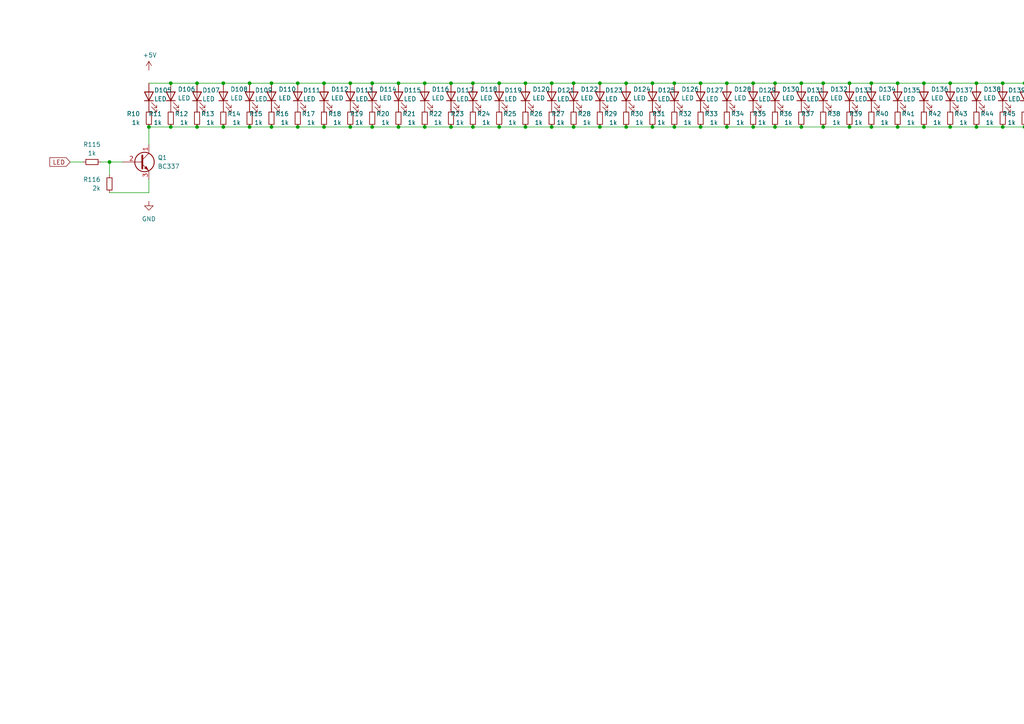
<source format=kicad_sch>
(kicad_sch (version 20231120) (generator "eeschema") (generator_version "8.0")
  (paper "A4")
  (junction (at 334.01 36.83))
  (junction (at 267.97 24.13))
  (junction (at 64.77 24.13))
  (junction (at 275.59 24.13))
  (junction (at 189.23 24.13))
  (junction (at 160.02 24.13))
  (junction (at 86.36 24.13))
  (junction (at 755.65 24.13))
  (junction (at 130.81 36.83))
  (junction (at 640.08 36.83))
  (junction (at 49.53 36.83))
  (junction (at 755.65 36.83))
  (junction (at 252.73 36.83))
  (junction (at 260.35 36.83))
  (junction (at 297.18 36.83))
  (junction (at 720.09 36.83))
  (junction (at 784.86 24.13))
  (junction (at 546.1 24.13))
  (junction (at 436.88 36.83))
  (junction (at 741.68 36.83))
  (junction (at 523.24 24.13))
  (junction (at 246.38 24.13))
  (junction (at 552.45 36.83))
  (junction (at 195.58 36.83))
  (junction (at 203.2 24.13))
  (junction (at 297.18 24.13))
  (junction (at 464.82 36.83))
  (junction (at 763.27 36.83))
  (junction (at 655.32 24.13))
  (junction (at 618.49 24.13))
  (junction (at 31.75 46.99))
  (junction (at 626.11 36.83))
  (junction (at 78.74 24.13))
  (junction (at 378.46 24.13))
  (junction (at 792.48 36.83))
  (junction (at 560.07 36.83))
  (junction (at 509.27 36.83))
  (junction (at 64.77 36.83))
  (junction (at 784.86 36.83))
  (junction (at 618.49 36.83))
  (junction (at 712.47 36.83))
  (junction (at 604.52 36.83))
  (junction (at 152.4 24.13))
  (junction (at 734.06 24.13))
  (junction (at 414.02 24.13))
  (junction (at 478.79 24.13))
  (junction (at 633.73 24.13))
  (junction (at 181.61 36.83))
  (junction (at 363.22 24.13))
  (junction (at 538.48 36.83))
  (junction (at 392.43 24.13))
  (junction (at 662.94 36.83))
  (junction (at 341.63 36.83))
  (junction (at 560.07 24.13))
  (junction (at 123.19 24.13))
  (junction (at 749.3 36.83))
  (junction (at 210.82 36.83))
  (junction (at 530.86 36.83))
  (junction (at 690.88 24.13))
  (junction (at 741.68 24.13))
  (junction (at 458.47 36.83))
  (junction (at 589.28 24.13))
  (junction (at 726.44 36.83))
  (junction (at 355.6 24.13))
  (junction (at 378.46 36.83))
  (junction (at 57.15 24.13))
  (junction (at 144.78 24.13))
  (junction (at 130.81 24.13))
  (junction (at 203.2 36.83))
  (junction (at 494.03 24.13))
  (junction (at 589.28 36.83))
  (junction (at 770.89 36.83))
  (junction (at 523.24 36.83))
  (junction (at 246.38 36.83))
  (junction (at 152.4 36.83))
  (junction (at 137.16 36.83))
  (junction (at 224.79 24.13))
  (junction (at 363.22 36.83))
  (junction (at 210.82 24.13))
  (junction (at 697.23 36.83))
  (junction (at 458.47 24.13))
  (junction (at 312.42 24.13))
  (junction (at 596.9 36.83))
  (junction (at 712.47 24.13))
  (junction (at 472.44 36.83))
  (junction (at 662.94 24.13))
  (junction (at 275.59 36.83))
  (junction (at 355.6 36.83))
  (junction (at 370.84 24.13))
  (junction (at 720.09 24.13))
  (junction (at 107.95 36.83))
  (junction (at 486.41 36.83))
  (junction (at 72.39 24.13))
  (junction (at 450.85 36.83))
  (junction (at 749.3 24.13))
  (junction (at 232.41 24.13))
  (junction (at 224.79 36.83))
  (junction (at 421.64 36.83))
  (junction (at 232.41 36.83))
  (junction (at 283.21 36.83))
  (junction (at 792.48 24.13))
  (junction (at 160.02 36.83))
  (junction (at 655.32 36.83))
  (junction (at 676.91 36.83))
  (junction (at 443.23 36.83))
  (junction (at 290.83 36.83))
  (junction (at 567.69 36.83))
  (junction (at 464.82 24.13))
  (junction (at 407.67 24.13))
  (junction (at 704.85 36.83))
  (junction (at 326.39 36.83))
  (junction (at 238.76 24.13))
  (junction (at 640.08 24.13))
  (junction (at 596.9 24.13))
  (junction (at 486.41 24.13))
  (junction (at 78.74 36.83))
  (junction (at 509.27 24.13))
  (junction (at 181.61 24.13))
  (junction (at 72.39 36.83))
  (junction (at 400.05 24.13))
  (junction (at 697.23 24.13))
  (junction (at 684.53 24.13))
  (junction (at 101.6 24.13))
  (junction (at 530.86 24.13))
  (junction (at 107.95 24.13))
  (junction (at 443.23 24.13))
  (junction (at 538.48 24.13))
  (junction (at 494.03 36.83))
  (junction (at 57.15 36.83))
  (junction (at 93.98 24.13))
  (junction (at 552.45 24.13))
  (junction (at 166.37 36.83))
  (junction (at 684.53 36.83))
  (junction (at 704.85 24.13))
  (junction (at 516.89 36.83))
  (junction (at 676.91 24.13))
  (junction (at 341.63 24.13))
  (junction (at 778.51 36.83))
  (junction (at 115.57 36.83))
  (junction (at 763.27 24.13))
  (junction (at 429.26 24.13))
  (junction (at 429.26 36.83))
  (junction (at 252.73 24.13))
  (junction (at 501.65 24.13))
  (junction (at 734.06 36.83))
  (junction (at 320.04 36.83))
  (junction (at 93.98 36.83))
  (junction (at 392.43 36.83))
  (junction (at 581.66 24.13))
  (junction (at 260.35 24.13))
  (junction (at 610.87 36.83))
  (junction (at 669.29 24.13))
  (junction (at 626.11 24.13))
  (junction (at 166.37 24.13))
  (junction (at 267.97 36.83))
  (junction (at 238.76 36.83))
  (junction (at 400.05 36.83))
  (junction (at 384.81 36.83))
  (junction (at 195.58 24.13))
  (junction (at 123.19 36.83))
  (junction (at 546.1 36.83))
  (junction (at 101.6 36.83))
  (junction (at 218.44 24.13))
  (junction (at 43.18 36.83))
  (junction (at 137.16 24.13))
  (junction (at 49.53 24.13))
  (junction (at 312.42 36.83))
  (junction (at 144.78 36.83))
  (junction (at 450.85 24.13))
  (junction (at 575.31 36.83))
  (junction (at 633.73 36.83))
  (junction (at 501.65 36.83))
  (junction (at 349.25 24.13))
  (junction (at 610.87 24.13))
  (junction (at 370.84 36.83))
  (junction (at 320.04 24.13))
  (junction (at 575.31 24.13))
  (junction (at 349.25 36.83))
  (junction (at 173.99 24.13))
  (junction (at 414.02 36.83))
  (junction (at 669.29 36.83))
  (junction (at 173.99 36.83))
  (junction (at 581.66 36.83))
  (junction (at 421.64 24.13))
  (junction (at 326.39 24.13))
  (junction (at 472.44 24.13))
  (junction (at 86.36 36.83))
  (junction (at 778.51 24.13))
  (junction (at 334.01 24.13))
  (junction (at 407.67 36.83))
  (junction (at 304.8 36.83))
  (junction (at 770.89 24.13))
  (junction (at 304.8 24.13))
  (junction (at 647.7 36.83))
  (junction (at 647.7 24.13))
  (junction (at 384.81 24.13))
  (junction (at 115.57 24.13))
  (junction (at 516.89 24.13))
  (junction (at 726.44 24.13))
  (junction (at 604.52 24.13))
  (junction (at 478.79 36.83))
  (junction (at 290.83 24.13))
  (junction (at 436.88 24.13))
  (junction (at 218.44 36.83))
  (junction (at 283.21 24.13))
  (junction (at 690.88 36.83))
  (junction (at 567.69 24.13))
  (junction (at 189.23 36.83))
  (wire (pts (xy 472.44 36.83) (xy 478.79 36.83)))
  (wire (pts (xy 458.47 36.83) (xy 464.82 36.83)))
  (wire (pts (xy 604.52 24.13) (xy 610.87 24.13)))
  (wire (pts (xy 210.82 24.13) (xy 218.44 24.13)))
  (wire (pts (xy 472.44 24.13) (xy 478.79 24.13)))
  (wire (pts (xy 690.88 24.13) (xy 697.23 24.13)))
  (wire (pts (xy 93.98 36.83) (xy 101.6 36.83)))
  (wire (pts (xy 181.61 24.13) (xy 189.23 24.13)))
  (wire (pts (xy 697.23 24.13) (xy 704.85 24.13)))
  (wire (pts (xy 443.23 24.13) (xy 436.88 24.13)))
  (wire (pts (xy 349.25 36.83) (xy 355.6 36.83)))
  (wire (pts (xy 770.89 36.83) (xy 778.51 36.83)))
  (wire (pts (xy 355.6 24.13) (xy 363.22 24.13)))
  (wire (pts (xy 115.57 36.83) (xy 123.19 36.83)))
  (wire (pts (xy 341.63 24.13) (xy 334.01 24.13)))
  (wire (pts (xy 684.53 24.13) (xy 690.88 24.13)))
  (wire (pts (xy 560.07 24.13) (xy 552.45 24.13)))
  (wire (pts (xy 218.44 24.13) (xy 224.79 24.13)))
  (wire (pts (xy 464.82 24.13) (xy 472.44 24.13)))
  (wire (pts (xy 173.99 24.13) (xy 181.61 24.13)))
  (wire (pts (xy 509.27 24.13) (xy 516.89 24.13)))
  (wire (pts (xy 123.19 24.13) (xy 130.81 24.13)))
  (wire (pts (xy 31.75 46.99) (xy 35.56 46.99)))
  (wire (pts (xy 552.45 36.83) (xy 560.07 36.83)))
  (wire (pts (xy 784.86 36.83) (xy 792.48 36.83)))
  (wire (pts (xy 596.9 24.13) (xy 589.28 24.13)))
  (wire (pts (xy 450.85 24.13) (xy 458.47 24.13)))
  (wire (pts (xy 232.41 24.13) (xy 238.76 24.13)))
  (wire (pts (xy 501.65 36.83) (xy 509.27 36.83)))
  (wire (pts (xy 734.06 24.13) (xy 741.68 24.13)))
  (wire (pts (xy 312.42 36.83) (xy 320.04 36.83)))
  (wire (pts (xy 152.4 24.13) (xy 160.02 24.13)))
  (wire (pts (xy 523.24 24.13) (xy 530.86 24.13)))
  (wire (pts (xy 655.32 24.13) (xy 662.94 24.13)))
  (wire (pts (xy 640.08 24.13) (xy 647.7 24.13)))
  (wire (pts (xy 720.09 36.83) (xy 726.44 36.83)))
  (wire (pts (xy 676.91 24.13) (xy 684.53 24.13)))
  (wire (pts (xy 575.31 36.83) (xy 581.66 36.83)))
  (wire (pts (xy 618.49 36.83) (xy 626.11 36.83)))
  (wire (pts (xy 64.77 36.83) (xy 72.39 36.83)))
  (wire (pts (xy 49.53 24.13) (xy 57.15 24.13)))
  (wire (pts (xy 516.89 36.83) (xy 509.27 36.83)))
  (wire (pts (xy 370.84 36.83) (xy 363.22 36.83)))
  (wire (pts (xy 246.38 24.13) (xy 252.73 24.13)))
  (wire (pts (xy 494.03 24.13) (xy 501.65 24.13)))
  (wire (pts (xy 792.48 24.13) (xy 800.1 24.13)))
  (wire (pts (xy 267.97 36.83) (xy 275.59 36.83)))
  (wire (pts (xy 101.6 24.13) (xy 107.95 24.13)))
  (wire (pts (xy 252.73 24.13) (xy 260.35 24.13)))
  (wire (pts (xy 101.6 36.83) (xy 107.95 36.83)))
  (wire (pts (xy 429.26 24.13) (xy 436.88 24.13)))
  (wire (pts (xy 567.69 24.13) (xy 575.31 24.13)))
  (wire (pts (xy 581.66 36.83) (xy 589.28 36.83)))
  (wire (pts (xy 252.73 36.83) (xy 246.38 36.83)))
  (wire (pts (xy 792.48 36.83) (xy 800.1 36.83)))
  (wire (pts (xy 392.43 24.13) (xy 384.81 24.13)))
  (wire (pts (xy 770.89 24.13) (xy 778.51 24.13)))
  (wire (pts (xy 210.82 36.83) (xy 218.44 36.83)))
  (wire (pts (xy 690.88 36.83) (xy 697.23 36.83)))
  (wire (pts (xy 626.11 36.83) (xy 633.73 36.83)))
  (wire (pts (xy 86.36 36.83) (xy 93.98 36.83)))
  (wire (pts (xy 414.02 36.83) (xy 421.64 36.83)))
  (wire (pts (xy 64.77 24.13) (xy 72.39 24.13)))
  (wire (pts (xy 355.6 36.83) (xy 363.22 36.83)))
  (wire (pts (xy 604.52 36.83) (xy 610.87 36.83)))
  (wire (pts (xy 260.35 36.83) (xy 267.97 36.83)))
  (wire (pts (xy 173.99 36.83) (xy 181.61 36.83)))
  (wire (pts (xy 581.66 24.13) (xy 589.28 24.13)))
  (wire (pts (xy 378.46 24.13) (xy 384.81 24.13)))
  (wire (pts (xy 523.24 36.83) (xy 516.89 36.83)))
  (wire (pts (xy 684.53 36.83) (xy 690.88 36.83)))
  (wire (pts (xy 778.51 36.83) (xy 784.86 36.83)))
  (wire (pts (xy 450.85 36.83) (xy 458.47 36.83)))
  (wire (pts (xy 546.1 24.13) (xy 552.45 24.13)))
  (wire (pts (xy 160.02 36.83) (xy 166.37 36.83)))
  (wire (pts (xy 712.47 24.13) (xy 704.85 24.13)))
  (wire (pts (xy 486.41 24.13) (xy 494.03 24.13)))
  (wire (pts (xy 626.11 24.13) (xy 633.73 24.13)))
  (wire (pts (xy 160.02 24.13) (xy 166.37 24.13)))
  (wire (pts (xy 334.01 36.83) (xy 341.63 36.83)))
  (wire (pts (xy 43.18 52.07) (xy 43.18 55.88)))
  (wire (pts (xy 392.43 24.13) (xy 400.05 24.13)))
  (wire (pts (xy 326.39 36.83) (xy 320.04 36.83)))
  (wire (pts (xy 312.42 36.83) (xy 304.8 36.83)))
  (wire (pts (xy 57.15 24.13) (xy 64.77 24.13)))
  (wire (pts (xy 144.78 24.13) (xy 152.4 24.13)))
  (wire (pts (xy 297.18 24.13) (xy 304.8 24.13)))
  (wire (pts (xy 260.35 24.13) (xy 267.97 24.13)))
  (wire (pts (xy 567.69 36.83) (xy 575.31 36.83)))
  (wire (pts (xy 195.58 24.13) (xy 203.2 24.13)))
  (wire (pts (xy 763.27 24.13) (xy 770.89 24.13)))
  (wire (pts (xy 378.46 36.83) (xy 384.81 36.83)))
  (wire (pts (xy 355.6 24.13) (xy 349.25 24.13)))
  (wire (pts (xy 107.95 24.13) (xy 115.57 24.13)))
  (wire (pts (xy 195.58 36.83) (xy 203.2 36.83)))
  (wire (pts (xy 741.68 36.83) (xy 749.3 36.83)))
  (wire (pts (xy 755.65 36.83) (xy 763.27 36.83)))
  (wire (pts (xy 538.48 36.83) (xy 530.86 36.83)))
  (wire (pts (xy 107.95 36.83) (xy 115.57 36.83)))
  (wire (pts (xy 203.2 36.83) (xy 210.82 36.83)))
  (wire (pts (xy 189.23 24.13) (xy 195.58 24.13)))
  (wire (pts (xy 267.97 24.13) (xy 275.59 24.13)))
  (wire (pts (xy 203.2 24.13) (xy 210.82 24.13)))
  (wire (pts (xy 436.88 36.83) (xy 443.23 36.83)))
  (wire (pts (xy 567.69 24.13) (xy 560.07 24.13)))
  (wire (pts (xy 596.9 24.13) (xy 604.52 24.13)))
  (wire (pts (xy 123.19 36.83) (xy 130.81 36.83)))
  (wire (pts (xy 486.41 36.83) (xy 494.03 36.83)))
  (wire (pts (xy 334.01 24.13) (xy 326.39 24.13)))
  (wire (pts (xy 530.86 36.83) (xy 523.24 36.83)))
  (wire (pts (xy 166.37 36.83) (xy 173.99 36.83)))
  (wire (pts (xy 166.37 24.13) (xy 173.99 24.13)))
  (wire (pts (xy 370.84 24.13) (xy 378.46 24.13)))
  (wire (pts (xy 49.53 36.83) (xy 57.15 36.83)))
  (wire (pts (xy 763.27 36.83) (xy 770.89 36.83)))
  (wire (pts (xy 130.81 24.13) (xy 137.16 24.13)))
  (wire (pts (xy 326.39 36.83) (xy 334.01 36.83)))
  (wire (pts (xy 407.67 24.13) (xy 400.05 24.13)))
  (wire (pts (xy 778.51 24.13) (xy 784.86 24.13)))
  (wire (pts (xy 458.47 24.13) (xy 464.82 24.13)))
  (wire (pts (xy 450.85 24.13) (xy 443.23 24.13)))
  (wire (pts (xy 57.15 36.83) (xy 64.77 36.83)))
  (wire (pts (xy 283.21 24.13) (xy 290.83 24.13)))
  (wire (pts (xy 516.89 24.13) (xy 523.24 24.13)))
  (wire (pts (xy 31.75 46.99) (xy 31.75 50.8)))
  (wire (pts (xy 538.48 36.83) (xy 546.1 36.83)))
  (wire (pts (xy 538.48 24.13) (xy 530.86 24.13)))
  (wire (pts (xy 152.4 36.83) (xy 160.02 36.83)))
  (wire (pts (xy 392.43 36.83) (xy 400.05 36.83)))
  (wire (pts (xy 421.64 36.83) (xy 429.26 36.83)))
  (wire (pts (xy 697.23 36.83) (xy 704.85 36.83)))
  (wire (pts (xy 662.94 24.13) (xy 669.29 24.13)))
  (wire (pts (xy 20.32 46.99) (xy 24.13 46.99)))
  (wire (pts (xy 676.91 36.83) (xy 684.53 36.83)))
  (wire (pts (xy 414.02 24.13) (xy 421.64 24.13)))
  (wire (pts (xy 252.73 36.83) (xy 260.35 36.83)))
  (wire (pts (xy 407.67 36.83) (xy 414.02 36.83)))
  (wire (pts (xy 378.46 36.83) (xy 370.84 36.83)))
  (wire (pts (xy 115.57 24.13) (xy 123.19 24.13)))
  (wire (pts (xy 749.3 36.83) (xy 755.65 36.83)))
  (wire (pts (xy 560.07 36.83) (xy 567.69 36.83)))
  (wire (pts (xy 370.84 24.13) (xy 363.22 24.13)))
  (wire (pts (xy 304.8 36.83) (xy 297.18 36.83)))
  (wire (pts (xy 734.06 24.13) (xy 726.44 24.13)))
  (wire (pts (xy 189.23 36.83) (xy 195.58 36.83)))
  (wire (pts (xy 478.79 24.13) (xy 486.41 24.13)))
  (wire (pts (xy 501.65 24.13) (xy 509.27 24.13)))
  (wire (pts (xy 669.29 36.83) (xy 676.91 36.83)))
  (wire (pts (xy 224.79 24.13) (xy 232.41 24.13)))
  (wire (pts (xy 596.9 36.83) (xy 589.28 36.83)))
  (wire (pts (xy 538.48 24.13) (xy 546.1 24.13)))
  (wire (pts (xy 275.59 24.13) (xy 283.21 24.13)))
  (wire (pts (xy 312.42 24.13) (xy 320.04 24.13)))
  (wire (pts (xy 741.68 24.13) (xy 749.3 24.13)))
  (wire (pts (xy 784.86 24.13) (xy 792.48 24.13)))
  (wire (pts (xy 720.09 36.83) (xy 712.47 36.83)))
  (wire (pts (xy 618.49 24.13) (xy 610.87 24.13)))
  (wire (pts (xy 581.66 24.13) (xy 575.31 24.13)))
  (wire (pts (xy 429.26 24.13) (xy 421.64 24.13)))
  (wire (pts (xy 43.18 36.83) (xy 49.53 36.83)))
  (wire (pts (xy 712.47 36.83) (xy 704.85 36.83)))
  (wire (pts (xy 429.26 36.83) (xy 436.88 36.83)))
  (wire (pts (xy 647.7 36.83) (xy 655.32 36.83)))
  (wire (pts (xy 86.36 24.13) (xy 93.98 24.13)))
  (wire (pts (xy 93.98 24.13) (xy 101.6 24.13)))
  (wire (pts (xy 218.44 36.83) (xy 224.79 36.83)))
  (wire (pts (xy 647.7 24.13) (xy 655.32 24.13)))
  (wire (pts (xy 137.16 36.83) (xy 144.78 36.83)))
  (wire (pts (xy 341.63 36.83) (xy 349.25 36.83)))
  (wire (pts (xy 726.44 36.83) (xy 734.06 36.83)))
  (wire (pts (xy 43.18 36.83) (xy 43.18 41.91)))
  (wire (pts (xy 640.08 36.83) (xy 647.7 36.83)))
  (wire (pts (xy 720.09 24.13) (xy 726.44 24.13)))
  (wire (pts (xy 755.65 24.13) (xy 763.27 24.13)))
  (wire (pts (xy 78.74 24.13) (xy 86.36 24.13)))
  (wire (pts (xy 29.21 46.99) (xy 31.75 46.99)))
  (wire (pts (xy 494.03 36.83) (xy 501.65 36.83)))
  (wire (pts (xy 604.52 36.83) (xy 596.9 36.83)))
  (wire (pts (xy 290.83 24.13) (xy 297.18 24.13)))
  (wire (pts (xy 712.47 24.13) (xy 720.09 24.13)))
  (wire (pts (xy 414.02 24.13) (xy 407.67 24.13)))
  (wire (pts (xy 662.94 36.83) (xy 669.29 36.83)))
  (wire (pts (xy 297.18 36.83) (xy 290.83 36.83)))
  (wire (pts (xy 552.45 36.83) (xy 546.1 36.83)))
  (wire (pts (xy 384.81 36.83) (xy 392.43 36.83)))
  (wire (pts (xy 224.79 36.83) (xy 232.41 36.83)))
  (wire (pts (xy 655.32 36.83) (xy 662.94 36.83)))
  (wire (pts (xy 478.79 36.83) (xy 486.41 36.83)))
  (wire (pts (xy 633.73 24.13) (xy 640.08 24.13)))
  (wire (pts (xy 137.16 24.13) (xy 144.78 24.13)))
  (wire (pts (xy 43.18 24.13) (xy 49.53 24.13)))
  (wire (pts (xy 618.49 24.13) (xy 626.11 24.13)))
  (wire (pts (xy 312.42 24.13) (xy 304.8 24.13)))
  (wire (pts (xy 72.39 36.83) (xy 78.74 36.83)))
  (wire (pts (xy 734.06 36.83) (xy 741.68 36.83)))
  (wire (pts (xy 633.73 36.83) (xy 640.08 36.83)))
  (wire (pts (xy 43.18 55.88) (xy 31.75 55.88)))
  (wire (pts (xy 246.38 24.13) (xy 238.76 24.13)))
  (wire (pts (xy 78.74 36.83) (xy 86.36 36.83)))
  (wire (pts (xy 130.81 36.83) (xy 137.16 36.83)))
  (wire (pts (xy 669.29 24.13) (xy 676.91 24.13)))
  (wire (pts (xy 275.59 36.83) (xy 283.21 36.83)))
  (wire (pts (xy 72.39 24.13) (xy 78.74 24.13)))
  (wire (pts (xy 341.63 24.13) (xy 349.25 24.13)))
  (wire (pts (xy 472.44 36.83) (xy 464.82 36.83)))
  (wire (pts (xy 400.05 36.83) (xy 407.67 36.83)))
  (wire (pts (xy 749.3 24.13) (xy 755.65 24.13)))
  (wire (pts (xy 290.83 36.83) (xy 283.21 36.83)))
  (wire (pts (xy 246.38 36.83) (xy 238.76 36.83)))
  (wire (pts (xy 232.41 36.83) (xy 238.76 36.83)))
  (wire (pts (xy 181.61 36.83) (xy 189.23 36.83)))
  (wire (pts (xy 610.87 36.83) (xy 618.49 36.83)))
  (wire (pts (xy 144.78 36.83) (xy 152.4 36.83)))
  (wire (pts (xy 320.04 24.13) (xy 326.39 24.13)))
  (wire (pts (xy 443.23 36.83) (xy 450.85 36.83)))
  (global_label "LED" (shape input) (at 20.32 46.99 180) (property "Intersheetrefs" "${INTERSHEET_REFS}" (effects (hide yes))))
  (symbol (lib_id "Device:LED") (at 523.24 27.94 90) (unit 1)
    (property "Reference" "D171" (at 525.272 25.908 90) (effects (justify right)))
    (property "Value" "LED" (at 525.272 28.448 90) (effects (justify right)))
    (property "Footprint" "LED_SMD:LED_0805_2012Metric_Pad1.15x1.40mm_HandSolder" (effects (hide yes)))
    (property "Description" "Light emitting diode" (effects (hide yes)))
  )
  (symbol (lib_id "Device:LED") (at 443.23 27.94 90) (unit 1)
    (property "Reference" "D160" (at 445.262 25.908 90) (effects (justify right)))
    (property "Value" "LED" (at 445.262 28.448 90) (effects (justify right)))
    (property "Footprint" "LED_SMD:LED_0805_2012Metric_Pad1.15x1.40mm_HandSolder" (effects (hide yes)))
    (property "Description" "Light emitting diode" (effects (hide yes)))
  )
  (symbol (lib_id "Device:R_Small") (at 770.89 34.29 0) (mirror x) (unit 1)
    (property "Reference" "R110" (at 768.35 33.0199 0) (effects (justify right)))
    (property "Value" "1k" (at 768.35 35.5599 0) (effects (justify right)))
    (property "Footprint" "Resistor_SMD:R_0805_2012Metric_Pad1.20x1.40mm_HandSolder" (effects (hide yes)))
    (property "Description" "Resistor, small symbol" (effects (hide yes)))
  )
  (symbol (lib_id "Device:R_Small") (at 589.28 34.29 0) (mirror x) (unit 1)
    (property "Reference" "R85" (at 586.74 33.0199 0) (effects (justify right)))
    (property "Value" "1k" (at 586.74 35.5599 0) (effects (justify right)))
    (property "Footprint" "Resistor_SMD:R_0805_2012Metric_Pad1.20x1.40mm_HandSolder" (effects (hide yes)))
    (property "Description" "Resistor, small symbol" (effects (hide yes)))
  )
  (symbol (lib_id "Device:R_Small") (at 662.94 34.29 0) (mirror x) (unit 1)
    (property "Reference" "R95" (at 660.4 33.0199 0) (effects (justify right)))
    (property "Value" "1k" (at 660.4 35.5599 0) (effects (justify right)))
    (property "Footprint" "Resistor_SMD:R_0805_2012Metric_Pad1.20x1.40mm_HandSolder" (effects (hide yes)))
    (property "Description" "Resistor, small symbol" (effects (hide yes)))
  )
  (symbol (lib_id "Device:R_Small") (at 203.2 34.29 0) (mirror x) (unit 1)
    (property "Reference" "R32" (at 200.66 33.0199 0) (effects (justify right)))
    (property "Value" "1k" (at 200.66 35.5599 0) (effects (justify right)))
    (property "Footprint" "Resistor_SMD:R_0805_2012Metric_Pad1.20x1.40mm_HandSolder" (effects (hide yes)))
    (property "Description" "Resistor, small symbol" (effects (hide yes)))
  )
  (symbol (lib_id "Device:R_Small") (at 530.86 34.29 0) (mirror x) (unit 1)
    (property "Reference" "R77" (at 528.32 33.0199 0) (effects (justify right)))
    (property "Value" "1k" (at 528.32 35.5599 0) (effects (justify right)))
    (property "Footprint" "Resistor_SMD:R_0805_2012Metric_Pad1.20x1.40mm_HandSolder" (effects (hide yes)))
    (property "Description" "Resistor, small symbol" (effects (hide yes)))
  )
  (symbol (lib_id "Device:R_Small") (at 763.27 34.29 0) (mirror x) (unit 1)
    (property "Reference" "R109" (at 760.73 33.0199 0) (effects (justify right)))
    (property "Value" "1k" (at 760.73 35.5599 0) (effects (justify right)))
    (property "Footprint" "Resistor_SMD:R_0805_2012Metric_Pad1.20x1.40mm_HandSolder" (effects (hide yes)))
    (property "Description" "Resistor, small symbol" (effects (hide yes)))
  )
  (symbol (lib_id "Device:LED") (at 218.44 27.94 90) (unit 1)
    (property "Reference" "D129" (at 219.964 26.162 90) (effects (justify right)))
    (property "Value" "LED" (at 219.964 28.702 90) (effects (justify right)))
    (property "Footprint" "LED_SMD:LED_0805_2012Metric_Pad1.15x1.40mm_HandSolder" (effects (hide yes)))
    (property "Description" "Light emitting diode" (effects (hide yes)))
  )
  (symbol (lib_id "Device:LED") (at 326.39 27.94 90) (unit 1)
    (property "Reference" "D144" (at 328.422 25.908 90) (effects (justify right)))
    (property "Value" "LED" (at 328.422 28.448 90) (effects (justify right)))
    (property "Footprint" "LED_SMD:LED_0805_2012Metric_Pad1.15x1.40mm_HandSolder" (effects (hide yes)))
    (property "Description" "Light emitting diode" (effects (hide yes)))
  )
  (symbol (lib_id "Device:R_Small") (at 523.24 34.29 0) (mirror x) (unit 1)
    (property "Reference" "R76" (at 520.7 33.0199 0) (effects (justify right)))
    (property "Value" "1k" (at 520.7 35.5599 0) (effects (justify right)))
    (property "Footprint" "Resistor_SMD:R_0805_2012Metric_Pad1.20x1.40mm_HandSolder" (effects (hide yes)))
    (property "Description" "Resistor, small symbol" (effects (hide yes)))
  )
  (symbol (lib_id "Device:LED") (at 160.02 27.94 90) (unit 1)
    (property "Reference" "D121" (at 161.544 26.162 90) (effects (justify right)))
    (property "Value" "LED" (at 161.544 28.702 90) (effects (justify right)))
    (property "Footprint" "LED_SMD:LED_0805_2012Metric_Pad1.15x1.40mm_HandSolder" (effects (hide yes)))
    (property "Description" "Light emitting diode" (effects (hide yes)))
  )
  (symbol (lib_id "Device:LED") (at 429.26 27.94 90) (unit 1)
    (property "Reference" "D158" (at 431.292 25.908 90) (effects (justify right)))
    (property "Value" "LED" (at 431.292 28.448 90) (effects (justify right)))
    (property "Footprint" "LED_SMD:LED_0805_2012Metric_Pad1.15x1.40mm_HandSolder" (effects (hide yes)))
    (property "Description" "Light emitting diode" (effects (hide yes)))
  )
  (symbol (lib_id "Device:LED") (at 370.84 27.94 90) (unit 1)
    (property "Reference" "D150" (at 372.872 25.908 90) (effects (justify right)))
    (property "Value" "LED" (at 372.872 28.448 90) (effects (justify right)))
    (property "Footprint" "LED_SMD:LED_0805_2012Metric_Pad1.15x1.40mm_HandSolder" (effects (hide yes)))
    (property "Description" "Light emitting diode" (effects (hide yes)))
  )
  (symbol (lib_id "Device:LED") (at 610.87 27.94 90) (unit 1)
    (property "Reference" "D183" (at 612.902 25.908 90) (effects (justify right)))
    (property "Value" "LED" (at 612.902 28.448 90) (effects (justify right)))
    (property "Footprint" "LED_SMD:LED_0805_2012Metric_Pad1.15x1.40mm_HandSolder" (effects (hide yes)))
    (property "Description" "Light emitting diode" (effects (hide yes)))
  )
  (symbol (lib_id "Device:LED") (at 560.07 27.94 90) (unit 1)
    (property "Reference" "D176" (at 561.594 26.162 90) (effects (justify right)))
    (property "Value" "LED" (at 561.594 28.702 90) (effects (justify right)))
    (property "Footprint" "LED_SMD:LED_0805_2012Metric_Pad1.15x1.40mm_HandSolder" (effects (hide yes)))
    (property "Description" "Light emitting diode" (effects (hide yes)))
  )
  (symbol (lib_id "Device:R_Small") (at 575.31 34.29 0) (mirror x) (unit 1)
    (property "Reference" "R83" (at 572.77 33.0199 0) (effects (justify right)))
    (property "Value" "1k" (at 572.77 35.5599 0) (effects (justify right)))
    (property "Footprint" "Resistor_SMD:R_0805_2012Metric_Pad1.20x1.40mm_HandSolder" (effects (hide yes)))
    (property "Description" "Resistor, small symbol" (effects (hide yes)))
  )
  (symbol (lib_id "Device:LED") (at 704.85 27.94 90) (unit 1)
    (property "Reference" "D196" (at 706.374 26.162 90) (effects (justify right)))
    (property "Value" "LED" (at 706.374 28.702 90) (effects (justify right)))
    (property "Footprint" "LED_SMD:LED_0805_2012Metric_Pad1.15x1.40mm_HandSolder" (effects (hide yes)))
    (property "Description" "Light emitting diode" (effects (hide yes)))
  )
  (symbol (lib_id "Device:R_Small") (at 152.4 34.29 0) (mirror x) (unit 1)
    (property "Reference" "R25" (at 149.86 33.0199 0) (effects (justify right)))
    (property "Value" "1k" (at 149.86 35.5599 0) (effects (justify right)))
    (property "Footprint" "Resistor_SMD:R_0805_2012Metric_Pad1.20x1.40mm_HandSolder" (effects (hide yes)))
    (property "Description" "Resistor, small symbol" (effects (hide yes)))
  )
  (symbol (lib_id "Device:LED") (at 260.35 27.94 90) (unit 1)
    (property "Reference" "D135" (at 261.874 26.162 90) (effects (justify right)))
    (property "Value" "LED" (at 261.874 28.702 90) (effects (justify right)))
    (property "Footprint" "LED_SMD:LED_0805_2012Metric_Pad1.15x1.40mm_HandSolder" (effects (hide yes)))
    (property "Description" "Light emitting diode" (effects (hide yes)))
  )
  (symbol (lib_id "Device:LED") (at 755.65 27.94 90) (unit 1)
    (property "Reference" "D203" (at 757.682 25.908 90) (effects (justify right)))
    (property "Value" "LED" (at 757.682 28.448 90) (effects (justify right)))
    (property "Footprint" "LED_SMD:LED_0805_2012Metric_Pad1.15x1.40mm_HandSolder" (effects (hide yes)))
    (property "Description" "Light emitting diode" (effects (hide yes)))
  )
  (symbol (lib_id "Device:R_Small") (at 137.16 34.29 0) (mirror x) (unit 1)
    (property "Reference" "R23" (at 134.62 33.0199 0) (effects (justify right)))
    (property "Value" "1k" (at 134.62 35.5599 0) (effects (justify right)))
    (property "Footprint" "Resistor_SMD:R_0805_2012Metric_Pad1.20x1.40mm_HandSolder" (effects (hide yes)))
    (property "Description" "Resistor, small symbol" (effects (hide yes)))
  )
  (symbol (lib_id "Device:R_Small") (at 604.52 34.29 0) (mirror x) (unit 1)
    (property "Reference" "R87" (at 601.98 33.0199 0) (effects (justify right)))
    (property "Value" "1k" (at 601.98 35.5599 0) (effects (justify right)))
    (property "Footprint" "Resistor_SMD:R_0805_2012Metric_Pad1.20x1.40mm_HandSolder" (effects (hide yes)))
    (property "Description" "Resistor, small symbol" (effects (hide yes)))
  )
  (symbol (lib_id "Device:LED") (at 530.86 27.94 90) (unit 1)
    (property "Reference" "D172" (at 532.384 26.162 90) (effects (justify right)))
    (property "Value" "LED" (at 532.384 28.702 90) (effects (justify right)))
    (property "Footprint" "LED_SMD:LED_0805_2012Metric_Pad1.15x1.40mm_HandSolder" (effects (hide yes)))
    (property "Description" "Light emitting diode" (effects (hide yes)))
  )
  (symbol (lib_id "Device:R_Small") (at 392.43 34.29 0) (mirror x) (unit 1)
    (property "Reference" "R58" (at 389.89 33.0199 0) (effects (justify right)))
    (property "Value" "1k" (at 389.89 35.5599 0) (effects (justify right)))
    (property "Footprint" "Resistor_SMD:R_0805_2012Metric_Pad1.20x1.40mm_HandSolder" (effects (hide yes)))
    (property "Description" "Resistor, small symbol" (effects (hide yes)))
  )
  (symbol (lib_id "Device:LED") (at 123.19 27.94 90) (unit 1)
    (property "Reference" "D116" (at 125.222 25.908 90) (effects (justify right)))
    (property "Value" "LED" (at 125.222 28.448 90) (effects (justify right)))
    (property "Footprint" "LED_SMD:LED_0805_2012Metric_Pad1.15x1.40mm_HandSolder" (effects (hide yes)))
    (property "Description" "Light emitting diode" (effects (hide yes)))
  )
  (symbol (lib_id "Device:LED") (at 86.36 27.94 90) (unit 1)
    (property "Reference" "D111" (at 87.884 26.162 90) (effects (justify right)))
    (property "Value" "LED" (at 87.884 28.702 90) (effects (justify right)))
    (property "Footprint" "LED_SMD:LED_0805_2012Metric_Pad1.15x1.40mm_HandSolder" (effects (hide yes)))
    (property "Description" "Light emitting diode" (effects (hide yes)))
  )
  (symbol (lib_id "Device:LED") (at 320.04 27.94 90) (unit 1)
    (property "Reference" "D143" (at 321.564 26.162 90) (effects (justify right)))
    (property "Value" "LED" (at 321.564 28.702 90) (effects (justify right)))
    (property "Footprint" "LED_SMD:LED_0805_2012Metric_Pad1.15x1.40mm_HandSolder" (effects (hide yes)))
    (property "Description" "Light emitting diode" (effects (hide yes)))
  )
  (symbol (lib_id "Device:LED") (at 626.11 27.94 90) (unit 1)
    (property "Reference" "D185" (at 628.142 25.908 90) (effects (justify right)))
    (property "Value" "LED" (at 628.142 28.448 90) (effects (justify right)))
    (property "Footprint" "LED_SMD:LED_0805_2012Metric_Pad1.15x1.40mm_HandSolder" (effects (hide yes)))
    (property "Description" "Light emitting diode" (effects (hide yes)))
  )
  (symbol (lib_id "Device:LED") (at 252.73 27.94 90) (unit 1)
    (property "Reference" "D134" (at 254.762 25.908 90) (effects (justify right)))
    (property "Value" "LED" (at 254.762 28.448 90) (effects (justify right)))
    (property "Footprint" "LED_SMD:LED_0805_2012Metric_Pad1.15x1.40mm_HandSolder" (effects (hide yes)))
    (property "Description" "Light emitting diode" (effects (hide yes)))
  )
  (symbol (lib_id "Device:R_Small") (at 581.66 34.29 0) (mirror x) (unit 1)
    (property "Reference" "R84" (at 579.12 33.0199 0) (effects (justify right)))
    (property "Value" "1k" (at 579.12 35.5599 0) (effects (justify right)))
    (property "Footprint" "Resistor_SMD:R_0805_2012Metric_Pad1.20x1.40mm_HandSolder" (effects (hide yes)))
    (property "Description" "Resistor, small symbol" (effects (hide yes)))
  )
  (symbol (lib_id "Device:R_Small") (at 450.85 34.29 0) (mirror x) (unit 1)
    (property "Reference" "R66" (at 448.31 33.0199 0) (effects (justify right)))
    (property "Value" "1k" (at 448.31 35.5599 0) (effects (justify right)))
    (property "Footprint" "Resistor_SMD:R_0805_2012Metric_Pad1.20x1.40mm_HandSolder" (effects (hide yes)))
    (property "Description" "Resistor, small symbol" (effects (hide yes)))
  )
  (symbol (lib_id "Device:LED") (at 486.41 27.94 90) (unit 1)
    (property "Reference" "D166" (at 487.934 26.162 90) (effects (justify right)))
    (property "Value" "LED" (at 487.934 28.702 90) (effects (justify right)))
    (property "Footprint" "LED_SMD:LED_0805_2012Metric_Pad1.15x1.40mm_HandSolder" (effects (hide yes)))
    (property "Description" "Light emitting diode" (effects (hide yes)))
  )
  (symbol (lib_id "Device:R_Small") (at 246.38 34.29 0) (mirror x) (unit 1)
    (property "Reference" "R38" (at 243.84 33.0199 0) (effects (justify right)))
    (property "Value" "1k" (at 243.84 35.5599 0) (effects (justify right)))
    (property "Footprint" "Resistor_SMD:R_0805_2012Metric_Pad1.20x1.40mm_HandSolder" (effects (hide yes)))
    (property "Description" "Resistor, small symbol" (effects (hide yes)))
  )
  (symbol (lib_id "Device:LED") (at 195.58 27.94 90) (unit 1)
    (property "Reference" "D126" (at 197.612 25.908 90) (effects (justify right)))
    (property "Value" "LED" (at 197.612 28.448 90) (effects (justify right)))
    (property "Footprint" "LED_SMD:LED_0805_2012Metric_Pad1.15x1.40mm_HandSolder" (effects (hide yes)))
    (property "Description" "Light emitting diode" (effects (hide yes)))
  )
  (symbol (lib_id "Device:R_Small") (at 283.21 34.29 0) (mirror x) (unit 1)
    (property "Reference" "R43" (at 280.67 33.0199 0) (effects (justify right)))
    (property "Value" "1k" (at 280.67 35.5599 0) (effects (justify right)))
    (property "Footprint" "Resistor_SMD:R_0805_2012Metric_Pad1.20x1.40mm_HandSolder" (effects (hide yes)))
    (property "Description" "Resistor, small symbol" (effects (hide yes)))
  )
  (symbol (lib_id "Device:R_Small") (at 260.35 34.29 0) (mirror x) (unit 1)
    (property "Reference" "R40" (at 257.81 33.0199 0) (effects (justify right)))
    (property "Value" "1k" (at 257.81 35.5599 0) (effects (justify right)))
    (property "Footprint" "Resistor_SMD:R_0805_2012Metric_Pad1.20x1.40mm_HandSolder" (effects (hide yes)))
    (property "Description" "Resistor, small symbol" (effects (hide yes)))
  )
  (symbol (lib_id "Device:R_Small") (at 741.68 34.29 0) (mirror x) (unit 1)
    (property "Reference" "R106" (at 739.14 33.0199 0) (effects (justify right)))
    (property "Value" "1k" (at 739.14 35.5599 0) (effects (justify right)))
    (property "Footprint" "Resistor_SMD:R_0805_2012Metric_Pad1.20x1.40mm_HandSolder" (effects (hide yes)))
    (property "Description" "Resistor, small symbol" (effects (hide yes)))
  )
  (symbol (lib_id "Device:LED") (at 647.7 27.94 90) (unit 1)
    (property "Reference" "D188" (at 649.224 26.162 90) (effects (justify right)))
    (property "Value" "LED" (at 649.224 28.702 90) (effects (justify right)))
    (property "Footprint" "LED_SMD:LED_0805_2012Metric_Pad1.15x1.40mm_HandSolder" (effects (hide yes)))
    (property "Description" "Light emitting diode" (effects (hide yes)))
  )
  (symbol (lib_id "Device:LED") (at 472.44 27.94 90) (unit 1)
    (property "Reference" "D164" (at 473.964 26.162 90) (effects (justify right)))
    (property "Value" "LED" (at 473.964 28.702 90) (effects (justify right)))
    (property "Footprint" "LED_SMD:LED_0805_2012Metric_Pad1.15x1.40mm_HandSolder" (effects (hide yes)))
    (property "Description" "Light emitting diode" (effects (hide yes)))
  )
  (symbol (lib_id "Device:R_Small") (at 123.19 34.29 0) (mirror x) (unit 1)
    (property "Reference" "R21" (at 120.65 33.0199 0) (effects (justify right)))
    (property "Value" "1k" (at 120.65 35.5599 0) (effects (justify right)))
    (property "Footprint" "Resistor_SMD:R_0805_2012Metric_Pad1.20x1.40mm_HandSolder" (effects (hide yes)))
    (property "Description" "Resistor, small symbol" (effects (hide yes)))
  )
  (symbol (lib_id "Device:R_Small") (at 478.79 34.29 0) (mirror x) (unit 1)
    (property "Reference" "R70" (at 476.25 33.0199 0) (effects (justify right)))
    (property "Value" "1k" (at 476.25 35.5599 0) (effects (justify right)))
    (property "Footprint" "Resistor_SMD:R_0805_2012Metric_Pad1.20x1.40mm_HandSolder" (effects (hide yes)))
    (property "Description" "Resistor, small symbol" (effects (hide yes)))
  )
  (symbol (lib_id "Device:R_Small") (at 115.57 34.29 0) (mirror x) (unit 1)
    (property "Reference" "R20" (at 113.03 33.0199 0) (effects (justify right)))
    (property "Value" "1k" (at 113.03 35.5599 0) (effects (justify right)))
    (property "Footprint" "Resistor_SMD:R_0805_2012Metric_Pad1.20x1.40mm_HandSolder" (effects (hide yes)))
    (property "Description" "Resistor, small symbol" (effects (hide yes)))
  )
  (symbol (lib_id "Device:LED") (at 655.32 27.94 90) (unit 1)
    (property "Reference" "D189" (at 657.352 25.908 90) (effects (justify right)))
    (property "Value" "LED" (at 657.352 28.448 90) (effects (justify right)))
    (property "Footprint" "LED_SMD:LED_0805_2012Metric_Pad1.15x1.40mm_HandSolder" (effects (hide yes)))
    (property "Description" "Light emitting diode" (effects (hide yes)))
  )
  (symbol (lib_id "Device:LED") (at 341.63 27.94 90) (unit 1)
    (property "Reference" "D146" (at 343.662 25.908 90) (effects (justify right)))
    (property "Value" "LED" (at 343.662 28.448 90) (effects (justify right)))
    (property "Footprint" "LED_SMD:LED_0805_2012Metric_Pad1.15x1.40mm_HandSolder" (effects (hide yes)))
    (property "Description" "Light emitting diode" (effects (hide yes)))
  )
  (symbol (lib_id "Device:LED") (at 421.64 27.94 90) (unit 1)
    (property "Reference" "D157" (at 423.164 26.162 90) (effects (justify right)))
    (property "Value" "LED" (at 423.164 28.702 90) (effects (justify right)))
    (property "Footprint" "LED_SMD:LED_0805_2012Metric_Pad1.15x1.40mm_HandSolder" (effects (hide yes)))
    (property "Description" "Light emitting diode" (effects (hide yes)))
  )
  (symbol (lib_id "Device:R_Small") (at 160.02 34.29 0) (mirror x) (unit 1)
    (property "Reference" "R26" (at 157.48 33.0199 0) (effects (justify right)))
    (property "Value" "1k" (at 157.48 35.5599 0) (effects (justify right)))
    (property "Footprint" "Resistor_SMD:R_0805_2012Metric_Pad1.20x1.40mm_HandSolder" (effects (hide yes)))
    (property "Description" "Resistor, small symbol" (effects (hide yes)))
  )
  (symbol (lib_id "Device:R_Small") (at 57.15 34.29 0) (mirror x) (unit 1)
    (property "Reference" "R12" (at 54.61 33.0199 0) (effects (justify right)))
    (property "Value" "1k" (at 54.61 35.5599 0) (effects (justify right)))
    (property "Footprint" "Resistor_SMD:R_0805_2012Metric_Pad1.20x1.40mm_HandSolder" (effects (hide yes)))
    (property "Description" "Resistor, small symbol" (effects (hide yes)))
  )
  (symbol (lib_id "Device:LED") (at 93.98 27.94 90) (unit 1)
    (property "Reference" "D112" (at 96.012 25.908 90) (effects (justify right)))
    (property "Value" "LED" (at 96.012 28.448 90) (effects (justify right)))
    (property "Footprint" "LED_SMD:LED_0805_2012Metric_Pad1.15x1.40mm_HandSolder" (effects (hide yes)))
    (property "Description" "Light emitting diode" (effects (hide yes)))
  )
  (symbol (lib_id "Device:LED") (at 238.76 27.94 90) (unit 1)
    (property "Reference" "D132" (at 240.792 25.908 90) (effects (justify right)))
    (property "Value" "LED" (at 240.792 28.448 90) (effects (justify right)))
    (property "Footprint" "LED_SMD:LED_0805_2012Metric_Pad1.15x1.40mm_HandSolder" (effects (hide yes)))
    (property "Description" "Light emitting diode" (effects (hide yes)))
  )
  (symbol (lib_id "Device:LED") (at 224.79 27.94 90) (unit 1)
    (property "Reference" "D130" (at 226.822 25.908 90) (effects (justify right)))
    (property "Value" "LED" (at 226.822 28.448 90) (effects (justify right)))
    (property "Footprint" "LED_SMD:LED_0805_2012Metric_Pad1.15x1.40mm_HandSolder" (effects (hide yes)))
    (property "Description" "Light emitting diode" (effects (hide yes)))
  )
  (symbol (lib_id "Device:LED") (at 778.51 27.94 90) (unit 1)
    (property "Reference" "D206" (at 780.034 26.162 90) (effects (justify right)))
    (property "Value" "LED" (at 780.034 28.702 90) (effects (justify right)))
    (property "Footprint" "LED_SMD:LED_0805_2012Metric_Pad1.15x1.40mm_HandSolder" (effects (hide yes)))
    (property "Description" "Light emitting diode" (effects (hide yes)))
  )
  (symbol (lib_id "Device:R_Small") (at 101.6 34.29 0) (mirror x) (unit 1)
    (property "Reference" "R18" (at 99.06 33.0199 0) (effects (justify right)))
    (property "Value" "1k" (at 99.06 35.5599 0) (effects (justify right)))
    (property "Footprint" "Resistor_SMD:R_0805_2012Metric_Pad1.20x1.40mm_HandSolder" (effects (hide yes)))
    (property "Description" "Resistor, small symbol" (effects (hide yes)))
  )
  (symbol (lib_id "Device:R_Small") (at 792.48 34.29 0) (mirror x) (unit 1)
    (property "Reference" "R113" (at 789.94 33.0199 0) (effects (justify right)))
    (property "Value" "1k" (at 789.94 35.5599 0) (effects (justify right)))
    (property "Footprint" "Resistor_SMD:R_0805_2012Metric_Pad1.20x1.40mm_HandSolder" (effects (hide yes)))
    (property "Description" "Resistor, small symbol" (effects (hide yes)))
  )
  (symbol (lib_id "Device:R_Small") (at 610.87 34.29 0) (mirror x) (unit 1)
    (property "Reference" "R88" (at 608.33 33.0199 0) (effects (justify right)))
    (property "Value" "1k" (at 608.33 35.5599 0) (effects (justify right)))
    (property "Footprint" "Resistor_SMD:R_0805_2012Metric_Pad1.20x1.40mm_HandSolder" (effects (hide yes)))
    (property "Description" "Resistor, small symbol" (effects (hide yes)))
  )
  (symbol (lib_id "Device:LED") (at 304.8 27.94 90) (unit 1)
    (property "Reference" "D141" (at 306.324 26.162 90) (effects (justify right)))
    (property "Value" "LED" (at 306.324 28.702 90) (effects (justify right)))
    (property "Footprint" "LED_SMD:LED_0805_2012Metric_Pad1.15x1.40mm_HandSolder" (effects (hide yes)))
    (property "Description" "Light emitting diode" (effects (hide yes)))
  )
  (symbol (lib_id "Device:R_Small") (at 421.64 34.29 0) (mirror x) (unit 1)
    (property "Reference" "R62" (at 419.1 33.0199 0) (effects (justify right)))
    (property "Value" "1k" (at 419.1 35.5599 0) (effects (justify right)))
    (property "Footprint" "Resistor_SMD:R_0805_2012Metric_Pad1.20x1.40mm_HandSolder" (effects (hide yes)))
    (property "Description" "Resistor, small symbol" (effects (hide yes)))
  )
  (symbol (lib_id "Device:LED") (at 516.89 27.94 90) (unit 1)
    (property "Reference" "D170" (at 518.414 26.162 90) (effects (justify right)))
    (property "Value" "LED" (at 518.414 28.702 90) (effects (justify right)))
    (property "Footprint" "LED_SMD:LED_0805_2012Metric_Pad1.15x1.40mm_HandSolder" (effects (hide yes)))
    (property "Description" "Light emitting diode" (effects (hide yes)))
  )
  (symbol (lib_id "Device:R_Small") (at 181.61 34.29 0) (mirror x) (unit 1)
    (property "Reference" "R29" (at 179.07 33.0199 0) (effects (justify right)))
    (property "Value" "1k" (at 179.07 35.5599 0) (effects (justify right)))
    (property "Footprint" "Resistor_SMD:R_0805_2012Metric_Pad1.20x1.40mm_HandSolder" (effects (hide yes)))
    (property "Description" "Resistor, small symbol" (effects (hide yes)))
  )
  (symbol (lib_id "Device:LED") (at 800.1 27.94 90) (unit 1)
    (property "Reference" "D209" (at 802.132 25.908 90) (effects (justify right)))
    (property "Value" "LED" (at 802.132 28.448 90) (effects (justify right)))
    (property "Footprint" "LED_SMD:LED_0805_2012Metric_Pad1.15x1.40mm_HandSolder" (effects (hide yes)))
    (property "Description" "Light emitting diode" (effects (hide yes)))
  )
  (symbol (lib_id "Device:LED") (at 130.81 27.94 90) (unit 1)
    (property "Reference" "D117" (at 132.334 26.162 90) (effects (justify right)))
    (property "Value" "LED" (at 132.334 28.702 90) (effects (justify right)))
    (property "Footprint" "LED_SMD:LED_0805_2012Metric_Pad1.15x1.40mm_HandSolder" (effects (hide yes)))
    (property "Description" "Light emitting diode" (effects (hide yes)))
  )
  (symbol (lib_id "Device:LED") (at 57.15 27.94 90) (unit 1)
    (property "Reference" "D107" (at 58.674 26.162 90) (effects (justify right)))
    (property "Value" "LED" (at 58.674 28.702 90) (effects (justify right)))
    (property "Footprint" "LED_SMD:LED_0805_2012Metric_Pad1.15x1.40mm_HandSolder" (effects (hide yes)))
    (property "Description" "Light emitting diode" (effects (hide yes)))
  )
  (symbol (lib_id "Device:R_Small") (at 93.98 34.29 0) (mirror x) (unit 1)
    (property "Reference" "R17" (at 91.44 33.0199 0) (effects (justify right)))
    (property "Value" "1k" (at 91.44 35.5599 0) (effects (justify right)))
    (property "Footprint" "Resistor_SMD:R_0805_2012Metric_Pad1.20x1.40mm_HandSolder" (effects (hide yes)))
    (property "Description" "Resistor, small symbol" (effects (hide yes)))
  )
  (symbol (lib_id "Device:R_Small") (at 407.67 34.29 0) (mirror x) (unit 1)
    (property "Reference" "R60" (at 405.13 33.0199 0) (effects (justify right)))
    (property "Value" "1k" (at 405.13 35.5599 0) (effects (justify right)))
    (property "Footprint" "Resistor_SMD:R_0805_2012Metric_Pad1.20x1.40mm_HandSolder" (effects (hide yes)))
    (property "Description" "Resistor, small symbol" (effects (hide yes)))
  )
  (symbol (lib_id "Device:LED") (at 181.61 27.94 90) (unit 1)
    (property "Reference" "D124" (at 183.642 25.908 90) (effects (justify right)))
    (property "Value" "LED" (at 183.642 28.448 90) (effects (justify right)))
    (property "Footprint" "LED_SMD:LED_0805_2012Metric_Pad1.15x1.40mm_HandSolder" (effects (hide yes)))
    (property "Description" "Light emitting diode" (effects (hide yes)))
  )
  (symbol (lib_id "Device:LED") (at 378.46 27.94 90) (unit 1)
    (property "Reference" "D151" (at 379.984 26.162 90) (effects (justify right)))
    (property "Value" "LED" (at 379.984 28.702 90) (effects (justify right)))
    (property "Footprint" "LED_SMD:LED_0805_2012Metric_Pad1.15x1.40mm_HandSolder" (effects (hide yes)))
    (property "Description" "Light emitting diode" (effects (hide yes)))
  )
  (symbol (lib_id "Device:LED") (at 763.27 27.94 90) (unit 1)
    (property "Reference" "D204" (at 764.794 26.162 90) (effects (justify right)))
    (property "Value" "LED" (at 764.794 28.702 90) (effects (justify right)))
    (property "Footprint" "LED_SMD:LED_0805_2012Metric_Pad1.15x1.40mm_HandSolder" (effects (hide yes)))
    (property "Description" "Light emitting diode" (effects (hide yes)))
  )
  (symbol (lib_id "Device:R_Small") (at 166.37 34.29 0) (mirror x) (unit 1)
    (property "Reference" "R27" (at 163.83 33.0199 0) (effects (justify right)))
    (property "Value" "1k" (at 163.83 35.5599 0) (effects (justify right)))
    (property "Footprint" "Resistor_SMD:R_0805_2012Metric_Pad1.20x1.40mm_HandSolder" (effects (hide yes)))
    (property "Description" "Resistor, small symbol" (effects (hide yes)))
  )
  (symbol (lib_id "Device:R_Small") (at 195.58 34.29 0) (mirror x) (unit 1)
    (property "Reference" "R31" (at 193.04 33.0199 0) (effects (justify right)))
    (property "Value" "1k" (at 193.04 35.5599 0) (effects (justify right)))
    (property "Footprint" "Resistor_SMD:R_0805_2012Metric_Pad1.20x1.40mm_HandSolder" (effects (hide yes)))
    (property "Description" "Resistor, small symbol" (effects (hide yes)))
  )
  (symbol (lib_id "Device:R_Small") (at 494.03 34.29 0) (mirror x) (unit 1)
    (property "Reference" "R72" (at 491.49 33.0199 0) (effects (justify right)))
    (property "Value" "1k" (at 491.49 35.5599 0) (effects (justify right)))
    (property "Footprint" "Resistor_SMD:R_0805_2012Metric_Pad1.20x1.40mm_HandSolder" (effects (hide yes)))
    (property "Description" "Resistor, small symbol" (effects (hide yes)))
  )
  (symbol (lib_id "Device:R_Small") (at 232.41 34.29 0) (mirror x) (unit 1)
    (property "Reference" "R36" (at 229.87 33.0199 0) (effects (justify right)))
    (property "Value" "1k" (at 229.87 35.5599 0) (effects (justify right)))
    (property "Footprint" "Resistor_SMD:R_0805_2012Metric_Pad1.20x1.40mm_HandSolder" (effects (hide yes)))
    (property "Description" "Resistor, small symbol" (effects (hide yes)))
  )
  (symbol (lib_id "Device:R_Small") (at 684.53 34.29 0) (mirror x) (unit 1)
    (property "Reference" "R98" (at 681.99 33.0199 0) (effects (justify right)))
    (property "Value" "1k" (at 681.99 35.5599 0) (effects (justify right)))
    (property "Footprint" "Resistor_SMD:R_0805_2012Metric_Pad1.20x1.40mm_HandSolder" (effects (hide yes)))
    (property "Description" "Resistor, small symbol" (effects (hide yes)))
  )
  (symbol (lib_id "Device:R_Small") (at 618.49 34.29 0) (mirror x) (unit 1)
    (property "Reference" "R89" (at 615.95 33.0199 0) (effects (justify right)))
    (property "Value" "1k" (at 615.95 35.5599 0) (effects (justify right)))
    (property "Footprint" "Resistor_SMD:R_0805_2012Metric_Pad1.20x1.40mm_HandSolder" (effects (hide yes)))
    (property "Description" "Resistor, small symbol" (effects (hide yes)))
  )
  (symbol (lib_id "Device:LED") (at 334.01 27.94 90) (unit 1)
    (property "Reference" "D145" (at 335.534 26.162 90) (effects (justify right)))
    (property "Value" "LED" (at 335.534 28.702 90) (effects (justify right)))
    (property "Footprint" "LED_SMD:LED_0805_2012Metric_Pad1.15x1.40mm_HandSolder" (effects (hide yes)))
    (property "Description" "Light emitting diode" (effects (hide yes)))
  )
  (symbol (lib_id "Device:R_Small") (at 218.44 34.29 0) (mirror x) (unit 1)
    (property "Reference" "R34" (at 215.9 33.0199 0) (effects (justify right)))
    (property "Value" "1k" (at 215.9 35.5599 0) (effects (justify right)))
    (property "Footprint" "Resistor_SMD:R_0805_2012Metric_Pad1.20x1.40mm_HandSolder" (effects (hide yes)))
    (property "Description" "Resistor, small symbol" (effects (hide yes)))
  )
  (symbol (lib_id "Device:LED") (at 246.38 27.94 90) (unit 1)
    (property "Reference" "D133" (at 247.904 26.162 90) (effects (justify right)))
    (property "Value" "LED" (at 247.904 28.702 90) (effects (justify right)))
    (property "Footprint" "LED_SMD:LED_0805_2012Metric_Pad1.15x1.40mm_HandSolder" (effects (hide yes)))
    (property "Description" "Light emitting diode" (effects (hide yes)))
  )
  (symbol (lib_id "Device:LED") (at 363.22 27.94 90) (unit 1)
    (property "Reference" "D149" (at 364.744 26.162 90) (effects (justify right)))
    (property "Value" "LED" (at 364.744 28.702 90) (effects (justify right)))
    (property "Footprint" "LED_SMD:LED_0805_2012Metric_Pad1.15x1.40mm_HandSolder" (effects (hide yes)))
    (property "Description" "Light emitting diode" (effects (hide yes)))
  )
  (symbol (lib_id "Device:LED") (at 749.3 27.94 90) (unit 1)
    (property "Reference" "D202" (at 750.824 26.162 90) (effects (justify right)))
    (property "Value" "LED" (at 750.824 28.702 90) (effects (justify right)))
    (property "Footprint" "LED_SMD:LED_0805_2012Metric_Pad1.15x1.40mm_HandSolder" (effects (hide yes)))
    (property "Description" "Light emitting diode" (effects (hide yes)))
  )
  (symbol (lib_id "Device:R_Small") (at 341.63 34.29 0) (mirror x) (unit 1)
    (property "Reference" "R51" (at 339.09 33.0199 0) (effects (justify right)))
    (property "Value" "1k" (at 339.09 35.5599 0) (effects (justify right)))
    (property "Footprint" "Resistor_SMD:R_0805_2012Metric_Pad1.20x1.40mm_HandSolder" (effects (hide yes)))
    (property "Description" "Resistor, small symbol" (effects (hide yes)))
  )
  (symbol (lib_id "Device:LED") (at 676.91 27.94 90) (unit 1)
    (property "Reference" "D192" (at 678.434 26.162 90) (effects (justify right)))
    (property "Value" "LED" (at 678.434 28.702 90) (effects (justify right)))
    (property "Footprint" "LED_SMD:LED_0805_2012Metric_Pad1.15x1.40mm_HandSolder" (effects (hide yes)))
    (property "Description" "Light emitting diode" (effects (hide yes)))
  )
  (symbol (lib_id "Device:LED") (at 494.03 27.94 90) (unit 1)
    (property "Reference" "D167" (at 496.062 25.908 90) (effects (justify right)))
    (property "Value" "LED" (at 496.062 28.448 90) (effects (justify right)))
    (property "Footprint" "LED_SMD:LED_0805_2012Metric_Pad1.15x1.40mm_HandSolder" (effects (hide yes)))
    (property "Description" "Light emitting diode" (effects (hide yes)))
  )
  (symbol (lib_id "Device:R_Small") (at 312.42 34.29 0) (mirror x) (unit 1)
    (property "Reference" "R47" (at 309.88 33.0199 0) (effects (justify right)))
    (property "Value" "1k" (at 309.88 35.5599 0) (effects (justify right)))
    (property "Footprint" "Resistor_SMD:R_0805_2012Metric_Pad1.20x1.40mm_HandSolder" (effects (hide yes)))
    (property "Description" "Resistor, small symbol" (effects (hide yes)))
  )
  (symbol (lib_id "Device:LED") (at 589.28 27.94 90) (unit 1)
    (property "Reference" "D180" (at 590.804 26.162 90) (effects (justify right)))
    (property "Value" "LED" (at 590.804 28.702 90) (effects (justify right)))
    (property "Footprint" "LED_SMD:LED_0805_2012Metric_Pad1.15x1.40mm_HandSolder" (effects (hide yes)))
    (property "Description" "Light emitting diode" (effects (hide yes)))
  )
  (symbol (lib_id "Device:R_Small") (at 414.02 34.29 0) (mirror x) (unit 1)
    (property "Reference" "R61" (at 411.48 33.0199 0) (effects (justify right)))
    (property "Value" "1k" (at 411.48 35.5599 0) (effects (justify right)))
    (property "Footprint" "Resistor_SMD:R_0805_2012Metric_Pad1.20x1.40mm_HandSolder" (effects (hide yes)))
    (property "Description" "Resistor, small symbol" (effects (hide yes)))
  )
  (symbol (lib_id "Device:LED") (at 697.23 27.94 90) (unit 1)
    (property "Reference" "D195" (at 699.262 25.908 90) (effects (justify right)))
    (property "Value" "LED" (at 699.262 28.448 90) (effects (justify right)))
    (property "Footprint" "LED_SMD:LED_0805_2012Metric_Pad1.15x1.40mm_HandSolder" (effects (hide yes)))
    (property "Description" "Light emitting diode" (effects (hide yes)))
  )
  (symbol (lib_id "Device:R_Small") (at 26.67 46.99 90) (mirror x) (unit 1)
    (property "Reference" "R115" (at 26.67 41.91 90))
    (property "Value" "1k" (at 26.67 44.45 90))
    (property "Footprint" "Resistor_SMD:R_0805_2012Metric_Pad1.20x1.40mm_HandSolder" (effects (hide yes)))
    (property "Description" "Resistor, small symbol" (effects (hide yes)))
  )
  (symbol (lib_id "Device:LED") (at 290.83 27.94 90) (unit 1)
    (property "Reference" "D139" (at 292.354 26.162 90) (effects (justify right)))
    (property "Value" "LED" (at 292.354 28.702 90) (effects (justify right)))
    (property "Footprint" "LED_SMD:LED_0805_2012Metric_Pad1.15x1.40mm_HandSolder" (effects (hide yes)))
    (property "Description" "Light emitting diode" (effects (hide yes)))
  )
  (symbol (lib_id "Device:R_Small") (at 633.73 34.29 0) (mirror x) (unit 1)
    (property "Reference" "R91" (at 631.19 33.0199 0) (effects (justify right)))
    (property "Value" "1k" (at 631.19 35.5599 0) (effects (justify right)))
    (property "Footprint" "Resistor_SMD:R_0805_2012Metric_Pad1.20x1.40mm_HandSolder" (effects (hide yes)))
    (property "Description" "Resistor, small symbol" (effects (hide yes)))
  )
  (symbol (lib_id "Device:LED") (at 726.44 27.94 90) (unit 1)
    (property "Reference" "D199" (at 728.472 25.908 90) (effects (justify right)))
    (property "Value" "LED" (at 728.472 28.448 90) (effects (justify right)))
    (property "Footprint" "LED_SMD:LED_0805_2012Metric_Pad1.15x1.40mm_HandSolder" (effects (hide yes)))
    (property "Description" "Light emitting diode" (effects (hide yes)))
  )
  (symbol (lib_id "Device:LED") (at 107.95 27.94 90) (unit 1)
    (property "Reference" "D114" (at 109.982 25.908 90) (effects (justify right)))
    (property "Value" "LED" (at 109.982 28.448 90) (effects (justify right)))
    (property "Footprint" "LED_SMD:LED_0805_2012Metric_Pad1.15x1.40mm_HandSolder" (effects (hide yes)))
    (property "Description" "Light emitting diode" (effects (hide yes)))
  )
  (symbol (lib_id "Device:R_Small") (at 749.3 34.29 0) (mirror x) (unit 1)
    (property "Reference" "R107" (at 746.76 33.0199 0) (effects (justify right)))
    (property "Value" "1k" (at 746.76 35.5599 0) (effects (justify right)))
    (property "Footprint" "Resistor_SMD:R_0805_2012Metric_Pad1.20x1.40mm_HandSolder" (effects (hide yes)))
    (property "Description" "Resistor, small symbol" (effects (hide yes)))
  )
  (symbol (lib_id "Device:R_Small") (at 238.76 34.29 0) (mirror x) (unit 1)
    (property "Reference" "R37" (at 236.22 33.0199 0) (effects (justify right)))
    (property "Value" "1k" (effects (hide yes)))
    (property "Footprint" "Resistor_SMD:R_0805_2012Metric_Pad1.20x1.40mm_HandSolder" (effects (hide yes)))
    (property "Description" "Resistor, small symbol" (effects (hide yes)))
  )
  (symbol (lib_id "Device:R_Small") (at 647.7 34.29 0) (mirror x) (unit 1)
    (property "Reference" "R93" (at 645.16 33.0199 0) (effects (justify right)))
    (property "Value" "1k" (at 645.16 35.5599 0) (effects (justify right)))
    (property "Footprint" "Resistor_SMD:R_0805_2012Metric_Pad1.20x1.40mm_HandSolder" (effects (hide yes)))
    (property "Description" "Resistor, small symbol" (effects (hide yes)))
  )
  (symbol (lib_id "Device:R_Small") (at 290.83 34.29 0) (mirror x) (unit 1)
    (property "Reference" "R44" (at 288.29 33.0199 0) (effects (justify right)))
    (property "Value" "1k" (at 288.29 35.5599 0) (effects (justify right)))
    (property "Footprint" "Resistor_SMD:R_0805_2012Metric_Pad1.20x1.40mm_HandSolder" (effects (hide yes)))
    (property "Description" "Resistor, small symbol" (effects (hide yes)))
  )
  (symbol (lib_id "Device:LED") (at 538.48 27.94 90) (unit 1)
    (property "Reference" "D173" (at 540.512 25.908 90) (effects (justify right)))
    (property "Value" "LED" (at 540.512 28.448 90) (effects (justify right)))
    (property "Footprint" "LED_SMD:LED_0805_2012Metric_Pad1.15x1.40mm_HandSolder" (effects (hide yes)))
    (property "Description" "Light emitting diode" (effects (hide yes)))
  )
  (symbol (lib_id "Device:R_Small") (at 304.8 34.29 0) (mirror x) (unit 1)
    (property "Reference" "R46" (at 302.26 33.0199 0) (effects (justify right)))
    (property "Value" "1k" (at 302.26 35.5599 0) (effects (justify right)))
    (property "Footprint" "Resistor_SMD:R_0805_2012Metric_Pad1.20x1.40mm_HandSolder" (effects (hide yes)))
    (property "Description" "Resistor, small symbol" (effects (hide yes)))
  )
  (symbol (lib_id "Device:R_Small") (at 509.27 34.29 0) (mirror x) (unit 1)
    (property "Reference" "R74" (at 506.73 33.0199 0) (effects (justify right)))
    (property "Value" "1k" (at 506.73 35.5599 0) (effects (justify right)))
    (property "Footprint" "Resistor_SMD:R_0805_2012Metric_Pad1.20x1.40mm_HandSolder" (effects (hide yes)))
    (property "Description" "Resistor, small symbol" (effects (hide yes)))
  )
  (symbol (lib_id "Device:R_Small") (at 297.18 34.29 0) (mirror x) (unit 1)
    (property "Reference" "R45" (at 294.64 33.0199 0) (effects (justify right)))
    (property "Value" "1k" (at 294.64 35.5599 0) (effects (justify right)))
    (property "Footprint" "Resistor_SMD:R_0805_2012Metric_Pad1.20x1.40mm_HandSolder" (effects (hide yes)))
    (property "Description" "Resistor, small symbol" (effects (hide yes)))
  )
  (symbol (lib_id "Device:R_Small") (at 384.81 34.29 0) (mirror x) (unit 1)
    (property "Reference" "R57" (at 382.27 33.0199 0) (effects (justify right)))
    (property "Value" "1k" (at 382.27 35.5599 0) (effects (justify right)))
    (property "Footprint" "Resistor_SMD:R_0805_2012Metric_Pad1.20x1.40mm_HandSolder" (effects (hide yes)))
    (property "Description" "Resistor, small symbol" (effects (hide yes)))
  )
  (symbol (lib_id "Device:LED") (at 43.18 27.94 90) (unit 1)
    (property "Reference" "D105" (at 44.704 26.162 90) (effects (justify right)))
    (property "Value" "LED" (at 44.704 28.702 90) (effects (justify right)))
    (property "Footprint" "LED_SMD:LED_0805_2012Metric_Pad1.15x1.40mm_HandSolder" (effects (hide yes)))
    (property "Description" "Light emitting diode" (effects (hide yes)))
  )
  (symbol (lib_id "Device:R_Small") (at 567.69 34.29 0) (mirror x) (unit 1)
    (property "Reference" "R82" (at 565.15 33.0199 0) (effects (justify right)))
    (property "Value" "1k" (at 565.15 35.5599 0) (effects (justify right)))
    (property "Footprint" "Resistor_SMD:R_0805_2012Metric_Pad1.20x1.40mm_HandSolder" (effects (hide yes)))
    (property "Description" "Resistor, small symbol" (effects (hide yes)))
  )
  (symbol (lib_id "Device:R_Small") (at 655.32 34.29 0) (mirror x) (unit 1)
    (property "Reference" "R94" (at 652.78 33.0199 0) (effects (justify right)))
    (property "Value" "1k" (at 652.78 35.5599 0) (effects (justify right)))
    (property "Footprint" "Resistor_SMD:R_0805_2012Metric_Pad1.20x1.40mm_HandSolder" (effects (hide yes)))
    (property "Description" "Resistor, small symbol" (effects (hide yes)))
  )
  (symbol (lib_id "Device:LED") (at 78.74 27.94 90) (unit 1)
    (property "Reference" "D110" (at 80.772 25.908 90) (effects (justify right)))
    (property "Value" "LED" (at 80.772 28.448 90) (effects (justify right)))
    (property "Footprint" "LED_SMD:LED_0805_2012Metric_Pad1.15x1.40mm_HandSolder" (effects (hide yes)))
    (property "Description" "Light emitting diode" (effects (hide yes)))
  )
  (symbol (lib_id "Device:R_Small") (at 378.46 34.29 0) (mirror x) (unit 1)
    (property "Reference" "R56" (at 375.92 33.0199 0) (effects (justify right)))
    (property "Value" "1k" (at 375.92 35.5599 0) (effects (justify right)))
    (property "Footprint" "Resistor_SMD:R_0805_2012Metric_Pad1.20x1.40mm_HandSolder" (effects (hide yes)))
    (property "Description" "Resistor, small symbol" (effects (hide yes)))
  )
  (symbol (lib_id "Device:R_Small") (at 552.45 34.29 0) (mirror x) (unit 1)
    (property "Reference" "R80" (at 549.91 33.0199 0) (effects (justify right)))
    (property "Value" "1k" (at 549.91 35.5599 0) (effects (justify right)))
    (property "Footprint" "Resistor_SMD:R_0805_2012Metric_Pad1.20x1.40mm_HandSolder" (effects (hide yes)))
    (property "Description" "Resistor, small symbol" (effects (hide yes)))
  )
  (symbol (lib_id "power:+5V") (at 43.18 20.32 0) (unit 1)
    (property "Reference" "#PWR030" (effects (hide yes)))
    (property "Value" "+5V" (at 43.434 16.002 0))
    (property "Description" "Power symbol creates a global label with name \"+5V\"" (effects (hide yes)))
  )
  (symbol (lib_id "Device:LED") (at 312.42 27.94 90) (unit 1)
    (property "Reference" "D142" (at 314.452 25.908 90) (effects (justify right)))
    (property "Value" "LED" (at 314.452 28.448 90) (effects (justify right)))
    (property "Footprint" "LED_SMD:LED_0805_2012Metric_Pad1.15x1.40mm_HandSolder" (effects (hide yes)))
    (property "Description" "Light emitting diode" (effects (hide yes)))
  )
  (symbol (lib_id "Device:R_Small") (at 31.75 53.34 0) (mirror x) (unit 1)
    (property "Reference" "R116" (at 29.21 52.0699 0) (effects (justify right)))
    (property "Value" "2k" (at 29.21 54.6099 0) (effects (justify right)))
    (property "Footprint" "Resistor_SMD:R_0805_2012Metric_Pad1.20x1.40mm_HandSolder" (effects (hide yes)))
    (property "Description" "Resistor, small symbol" (effects (hide yes)))
  )
  (symbol (lib_id "Device:LED") (at 770.89 27.94 90) (unit 1)
    (property "Reference" "D205" (at 772.922 25.908 90) (effects (justify right)))
    (property "Value" "LED" (at 772.922 28.448 90) (effects (justify right)))
    (property "Footprint" "LED_SMD:LED_0805_2012Metric_Pad1.15x1.40mm_HandSolder" (effects (hide yes)))
    (property "Description" "Light emitting diode" (effects (hide yes)))
  )
  (symbol (lib_id "Device:LED") (at 203.2 27.94 90) (unit 1)
    (property "Reference" "D127" (at 204.724 26.162 90) (effects (justify right)))
    (property "Value" "LED" (at 204.724 28.702 90) (effects (justify right)))
    (property "Footprint" "LED_SMD:LED_0805_2012Metric_Pad1.15x1.40mm_HandSolder" (effects (hide yes)))
    (property "Description" "Light emitting diode" (effects (hide yes)))
  )
  (symbol (lib_id "Device:R_Small") (at 224.79 34.29 0) (mirror x) (unit 1)
    (property "Reference" "R35" (at 222.25 33.0199 0) (effects (justify right)))
    (property "Value" "1k" (at 222.25 35.5599 0) (effects (justify right)))
    (property "Footprint" "Resistor_SMD:R_0805_2012Metric_Pad1.20x1.40mm_HandSolder" (effects (hide yes)))
    (property "Description" "Resistor, small symbol" (effects (hide yes)))
  )
  (symbol (lib_id "Device:R_Small") (at 734.06 34.29 0) (mirror x) (unit 1)
    (property "Reference" "R105" (at 731.52 33.0199 0) (effects (justify right)))
    (property "Value" "1k" (at 731.52 35.5599 0) (effects (justify right)))
    (property "Footprint" "Resistor_SMD:R_0805_2012Metric_Pad1.20x1.40mm_HandSolder" (effects (hide yes)))
    (property "Description" "Resistor, small symbol" (effects (hide yes)))
  )
  (symbol (lib_id "Device:LED") (at 690.88 27.94 90) (unit 1)
    (property "Reference" "D194" (at 692.404 26.162 90) (effects (justify right)))
    (property "Value" "LED" (at 692.404 28.702 90) (effects (justify right)))
    (property "Footprint" "LED_SMD:LED_0805_2012Metric_Pad1.15x1.40mm_HandSolder" (effects (hide yes)))
    (property "Description" "Light emitting diode" (effects (hide yes)))
  )
  (symbol (lib_id "Device:R_Small") (at 669.29 34.29 0) (mirror x) (unit 1)
    (property "Reference" "R96" (at 666.75 33.0199 0) (effects (justify right)))
    (property "Value" "1k" (at 666.75 35.5599 0) (effects (justify right)))
    (property "Footprint" "Resistor_SMD:R_0805_2012Metric_Pad1.20x1.40mm_HandSolder" (effects (hide yes)))
    (property "Description" "Resistor, small symbol" (effects (hide yes)))
  )
  (symbol (lib_id "Device:R_Small") (at 501.65 34.29 0) (mirror x) (unit 1)
    (property "Reference" "R73" (at 499.11 33.0199 0) (effects (justify right)))
    (property "Value" "1k" (at 499.11 35.5599 0) (effects (justify right)))
    (property "Footprint" "Resistor_SMD:R_0805_2012Metric_Pad1.20x1.40mm_HandSolder" (effects (hide yes)))
    (property "Description" "Resistor, small symbol" (effects (hide yes)))
  )
  (symbol (lib_id "Device:LED") (at 720.09 27.94 90) (unit 1)
    (property "Reference" "D198" (at 721.614 26.162 90) (effects (justify right)))
    (property "Value" "LED" (at 721.614 28.702 90) (effects (justify right)))
    (property "Footprint" "LED_SMD:LED_0805_2012Metric_Pad1.15x1.40mm_HandSolder" (effects (hide yes)))
    (property "Description" "Light emitting diode" (effects (hide yes)))
  )
  (symbol (lib_id "Device:R_Small") (at 267.97 34.29 0) (mirror x) (unit 1)
    (property "Reference" "R41" (at 265.43 33.0199 0) (effects (justify right)))
    (property "Value" "1k" (at 265.43 35.5599 0) (effects (justify right)))
    (property "Footprint" "Resistor_SMD:R_0805_2012Metric_Pad1.20x1.40mm_HandSolder" (effects (hide yes)))
    (property "Description" "Resistor, small symbol" (effects (hide yes)))
  )
  (symbol (lib_id "Device:LED") (at 166.37 27.94 90) (unit 1)
    (property "Reference" "D122" (at 168.402 25.908 90) (effects (justify right)))
    (property "Value" "LED" (at 168.402 28.448 90) (effects (justify right)))
    (property "Footprint" "LED_SMD:LED_0805_2012Metric_Pad1.15x1.40mm_HandSolder" (effects (hide yes)))
    (property "Description" "Light emitting diode" (effects (hide yes)))
  )
  (symbol (lib_id "Device:R_Small") (at 429.26 34.29 0) (mirror x) (unit 1)
    (property "Reference" "R63" (at 426.72 33.0199 0) (effects (justify right)))
    (property "Value" "1k" (at 426.72 35.5599 0) (effects (justify right)))
    (property "Footprint" "Resistor_SMD:R_0805_2012Metric_Pad1.20x1.40mm_HandSolder" (effects (hide yes)))
    (property "Description" "Resistor, small symbol" (effects (hide yes)))
  )
  (symbol (lib_id "Device:R_Small") (at 690.88 34.29 0) (mirror x) (unit 1)
    (property "Reference" "R99" (at 688.34 33.0199 0) (effects (justify right)))
    (property "Value" "1k" (at 688.34 35.5599 0) (effects (justify right)))
    (property "Footprint" "Resistor_SMD:R_0805_2012Metric_Pad1.20x1.40mm_HandSolder" (effects (hide yes)))
    (property "Description" "Resistor, small symbol" (effects (hide yes)))
  )
  (symbol (lib_id "Device:R_Small") (at 320.04 34.29 0) (mirror x) (unit 1)
    (property "Reference" "R48" (at 317.5 33.0199 0) (effects (justify right)))
    (property "Value" "1k" (at 317.5 35.5599 0) (effects (justify right)))
    (property "Footprint" "Resistor_SMD:R_0805_2012Metric_Pad1.20x1.40mm_HandSolder" (effects (hide yes)))
    (property "Description" "Resistor, small symbol" (effects (hide yes)))
  )
  (symbol (lib_id "Device:R_Small") (at 144.78 34.29 0) (mirror x) (unit 1)
    (property "Reference" "R24" (at 142.24 33.0199 0) (effects (justify right)))
    (property "Value" "1k" (at 142.24 35.5599 0) (effects (justify right)))
    (property "Footprint" "Resistor_SMD:R_0805_2012Metric_Pad1.20x1.40mm_HandSolder" (effects (hide yes)))
    (property "Description" "Resistor, small symbol" (effects (hide yes)))
  )
  (symbol (lib_id "Device:R_Small") (at 458.47 34.29 0) (mirror x) (unit 1)
    (property "Reference" "R67" (at 455.93 33.0199 0) (effects (justify right)))
    (property "Value" "1k" (at 455.93 35.5599 0) (effects (justify right)))
    (property "Footprint" "Resistor_SMD:R_0805_2012Metric_Pad1.20x1.40mm_HandSolder" (effects (hide yes)))
    (property "Description" "Resistor, small symbol" (effects (hide yes)))
  )
  (symbol (lib_id "Device:LED") (at 297.18 27.94 90) (unit 1)
    (property "Reference" "D140" (at 299.212 25.908 90) (effects (justify right)))
    (property "Value" "LED" (at 299.212 28.448 90) (effects (justify right)))
    (property "Footprint" "LED_SMD:LED_0805_2012Metric_Pad1.15x1.40mm_HandSolder" (effects (hide yes)))
    (property "Description" "Light emitting diode" (effects (hide yes)))
  )
  (symbol (lib_id "Device:LED") (at 596.9 27.94 90) (unit 1)
    (property "Reference" "D181" (at 598.932 25.908 90) (effects (justify right)))
    (property "Value" "LED" (at 598.932 28.448 90) (effects (justify right)))
    (property "Footprint" "LED_SMD:LED_0805_2012Metric_Pad1.15x1.40mm_HandSolder" (effects (hide yes)))
    (property "Description" "Light emitting diode" (effects (hide yes)))
  )
  (symbol (lib_id "Device:LED") (at 458.47 27.94 90) (unit 1)
    (property "Reference" "D162" (at 460.502 25.908 90) (effects (justify right)))
    (property "Value" "LED" (at 460.502 28.448 90) (effects (justify right)))
    (property "Footprint" "LED_SMD:LED_0805_2012Metric_Pad1.15x1.40mm_HandSolder" (effects (hide yes)))
    (property "Description" "Light emitting diode" (effects (hide yes)))
  )
  (symbol (lib_id "Device:LED") (at 355.6 27.94 90) (unit 1)
    (property "Reference" "D148" (at 357.632 25.908 90) (effects (justify right)))
    (property "Value" "LED" (at 357.632 28.448 90) (effects (justify right)))
    (property "Footprint" "LED_SMD:LED_0805_2012Metric_Pad1.15x1.40mm_HandSolder" (effects (hide yes)))
    (property "Description" "Light emitting diode" (effects (hide yes)))
  )
  (symbol (lib_id "Device:R_Small") (at 275.59 34.29 0) (mirror x) (unit 1)
    (property "Reference" "R42" (at 273.05 33.0199 0) (effects (justify right)))
    (property "Value" "1k" (at 273.05 35.5599 0) (effects (justify right)))
    (property "Footprint" "Resistor_SMD:R_0805_2012Metric_Pad1.20x1.40mm_HandSolder" (effects (hide yes)))
    (property "Description" "Resistor, small symbol" (effects (hide yes)))
  )
  (symbol (lib_id "Device:LED") (at 152.4 27.94 90) (unit 1)
    (property "Reference" "D120" (at 154.432 25.908 90) (effects (justify right)))
    (property "Value" "LED" (at 154.432 28.448 90) (effects (justify right)))
    (property "Footprint" "LED_SMD:LED_0805_2012Metric_Pad1.15x1.40mm_HandSolder" (effects (hide yes)))
    (property "Description" "Light emitting diode" (effects (hide yes)))
  )
  (symbol (lib_id "Device:LED") (at 384.81 27.94 90) (unit 1)
    (property "Reference" "D152" (at 386.842 25.908 90) (effects (justify right)))
    (property "Value" "LED" (at 386.842 28.448 90) (effects (justify right)))
    (property "Footprint" "LED_SMD:LED_0805_2012Metric_Pad1.15x1.40mm_HandSolder" (effects (hide yes)))
    (property "Description" "Light emitting diode" (effects (hide yes)))
  )
  (symbol (lib_id "Device:R_Small") (at 546.1 34.29 0) (mirror x) (unit 1)
    (property "Reference" "R79" (at 543.56 33.0199 0) (effects (justify right)))
    (property "Value" "1k" (at 543.56 35.5599 0) (effects (justify right)))
    (property "Footprint" "Resistor_SMD:R_0805_2012Metric_Pad1.20x1.40mm_HandSolder" (effects (hide yes)))
    (property "Description" "Resistor, small symbol" (effects (hide yes)))
  )
  (symbol (lib_id "Device:R_Small") (at 210.82 34.29 0) (mirror x) (unit 1)
    (property "Reference" "R33" (at 208.28 33.0199 0) (effects (justify right)))
    (property "Value" "1k" (at 208.28 35.5599 0) (effects (justify right)))
    (property "Footprint" "Resistor_SMD:R_0805_2012Metric_Pad1.20x1.40mm_HandSolder" (effects (hide yes)))
    (property "Description" "Resistor, small symbol" (effects (hide yes)))
  )
  (symbol (lib_id "Device:R_Small") (at 704.85 34.29 0) (mirror x) (unit 1)
    (property "Reference" "R101" (at 702.31 33.0199 0) (effects (justify right)))
    (property "Value" "1k" (at 702.31 35.5599 0) (effects (justify right)))
    (property "Footprint" "Resistor_SMD:R_0805_2012Metric_Pad1.20x1.40mm_HandSolder" (effects (hide yes)))
    (property "Description" "Resistor, small symbol" (effects (hide yes)))
  )
  (symbol (lib_id "Device:R_Small") (at 640.08 34.29 0) (mirror x) (unit 1)
    (property "Reference" "R92" (at 637.54 33.0199 0) (effects (justify right)))
    (property "Value" "1k" (at 637.54 35.5599 0) (effects (justify right)))
    (property "Footprint" "Resistor_SMD:R_0805_2012Metric_Pad1.20x1.40mm_HandSolder" (effects (hide yes)))
    (property "Description" "Resistor, small symbol" (effects (hide yes)))
  )
  (symbol (lib_id "Device:R_Small") (at 712.47 34.29 0) (mirror x) (unit 1)
    (property "Reference" "R102" (at 709.93 33.0199 0) (effects (justify right)))
    (property "Value" "1k" (at 709.93 35.5599 0) (effects (justify right)))
    (property "Footprint" "Resistor_SMD:R_0805_2012Metric_Pad1.20x1.40mm_HandSolder" (effects (hide yes)))
    (property "Description" "Resistor, small symbol" (effects (hide yes)))
  )
  (symbol (lib_id "Device:LED") (at 784.86 27.94 90) (unit 1)
    (property "Reference" "D207" (at 786.892 25.908 90) (effects (justify right)))
    (property "Value" "LED" (at 786.892 28.448 90) (effects (justify right)))
    (property "Footprint" "LED_SMD:LED_0805_2012Metric_Pad1.15x1.40mm_HandSolder" (effects (hide yes)))
    (property "Description" "Light emitting diode" (effects (hide yes)))
  )
  (symbol (lib_id "Device:R_Small") (at 596.9 34.29 0) (mirror x) (unit 1)
    (property "Reference" "R86" (at 594.36 33.0199 0) (effects (justify right)))
    (property "Value" "1k" (at 594.36 35.5599 0) (effects (justify right)))
    (property "Footprint" "Resistor_SMD:R_0805_2012Metric_Pad1.20x1.40mm_HandSolder" (effects (hide yes)))
    (property "Description" "Resistor, small symbol" (effects (hide yes)))
  )
  (symbol (lib_id "Device:LED") (at 741.68 27.94 90) (unit 1)
    (property "Reference" "D201" (at 743.712 25.908 90) (effects (justify right)))
    (property "Value" "LED" (at 743.712 28.448 90) (effects (justify right)))
    (property "Footprint" "LED_SMD:LED_0805_2012Metric_Pad1.15x1.40mm_HandSolder" (effects (hide yes)))
    (property "Description" "Light emitting diode" (effects (hide yes)))
  )
  (symbol (lib_id "Device:LED") (at 669.29 27.94 90) (unit 1)
    (property "Reference" "D191" (at 671.322 25.908 90) (effects (justify right)))
    (property "Value" "LED" (at 671.322 28.448 90) (effects (justify right)))
    (property "Footprint" "LED_SMD:LED_0805_2012Metric_Pad1.15x1.40mm_HandSolder" (effects (hide yes)))
    (property "Description" "Light emitting diode" (effects (hide yes)))
  )
  (symbol (lib_id "Device:LED") (at 552.45 27.94 90) (unit 1)
    (property "Reference" "D175" (at 554.482 25.908 90) (effects (justify right)))
    (property "Value" "LED" (at 554.482 28.448 90) (effects (justify right)))
    (property "Footprint" "LED_SMD:LED_0805_2012Metric_Pad1.15x1.40mm_HandSolder" (effects (hide yes)))
    (property "Description" "Light emitting diode" (effects (hide yes)))
  )
  (symbol (lib_id "Device:R_Small") (at 355.6 34.29 0) (mirror x) (unit 1)
    (property "Reference" "R53" (at 353.06 33.0199 0) (effects (justify right)))
    (property "Value" "1k" (at 353.06 35.5599 0) (effects (justify right)))
    (property "Footprint" "Resistor_SMD:R_0805_2012Metric_Pad1.20x1.40mm_HandSolder" (effects (hide yes)))
    (property "Description" "Resistor, small symbol" (effects (hide yes)))
  )
  (symbol (lib_id "Device:R_Small") (at 130.81 34.29 0) (mirror x) (unit 1)
    (property "Reference" "R22" (at 128.27 33.0199 0) (effects (justify right)))
    (property "Value" "1k" (at 128.27 35.5599 0) (effects (justify right)))
    (property "Footprint" "Resistor_SMD:R_0805_2012Metric_Pad1.20x1.40mm_HandSolder" (effects (hide yes)))
    (property "Description" "Resistor, small symbol" (effects (hide yes)))
  )
  (symbol (lib_id "Device:R_Small") (at 784.86 34.29 0) (mirror x) (unit 1)
    (property "Reference" "R112" (at 782.32 33.0199 0) (effects (justify right)))
    (property "Value" "1k" (at 782.32 35.5599 0) (effects (justify right)))
    (property "Footprint" "Resistor_SMD:R_0805_2012Metric_Pad1.20x1.40mm_HandSolder" (effects (hide yes)))
    (property "Description" "Resistor, small symbol" (effects (hide yes)))
  )
  (symbol (lib_id "Device:R_Small") (at 800.1 34.29 0) (mirror x) (unit 1)
    (property "Reference" "R114" (at 797.56 33.0199 0) (effects (justify right)))
    (property "Value" "1k" (at 797.56 35.5599 0) (effects (justify right)))
    (property "Footprint" "Resistor_SMD:R_0805_2012Metric_Pad1.20x1.40mm_HandSolder" (effects (hide yes)))
    (property "Description" "Resistor, small symbol" (effects (hide yes)))
  )
  (symbol (lib_id "Device:R_Small") (at 49.53 34.29 0) (mirror x) (unit 1)
    (property "Reference" "R11" (at 46.99 33.0199 0) (effects (justify right)))
    (property "Value" "1k" (at 46.99 35.5599 0) (effects (justify right)))
    (property "Footprint" "Resistor_SMD:R_0805_2012Metric_Pad1.20x1.40mm_HandSolder" (effects (hide yes)))
    (property "Description" "Resistor, small symbol" (effects (hide yes)))
  )
  (symbol (lib_id "Device:R_Small") (at 326.39 34.29 0) (mirror x) (unit 1)
    (property "Reference" "R49" (at 323.85 33.0199 0) (effects (justify right)))
    (property "Value" "1k" (at 323.85 35.5599 0) (effects (justify right)))
    (property "Footprint" "Resistor_SMD:R_0805_2012Metric_Pad1.20x1.40mm_HandSolder" (effects (hide yes)))
    (property "Description" "Resistor, small symbol" (effects (hide yes)))
  )
  (symbol (lib_id "Device:R_Small") (at 778.51 34.29 0) (mirror x) (unit 1)
    (property "Reference" "R111" (at 775.97 33.0199 0) (effects (justify right)))
    (property "Value" "1k" (at 775.97 35.5599 0) (effects (justify right)))
    (property "Footprint" "Resistor_SMD:R_0805_2012Metric_Pad1.20x1.40mm_HandSolder" (effects (hide yes)))
    (property "Description" "Resistor, small symbol" (effects (hide yes)))
  )
  (symbol (lib_id "Device:R_Small") (at 697.23 34.29 0) (mirror x) (unit 1)
    (property "Reference" "R100" (at 694.69 33.0199 0) (effects (justify right)))
    (property "Value" "1k" (at 694.69 35.5599 0) (effects (justify right)))
    (property "Footprint" "Resistor_SMD:R_0805_2012Metric_Pad1.20x1.40mm_HandSolder" (effects (hide yes)))
    (property "Description" "Resistor, small symbol" (effects (hide yes)))
  )
  (symbol (lib_id "Device:LED") (at 633.73 27.94 90) (unit 1)
    (property "Reference" "D186" (at 635.254 26.162 90) (effects (justify right)))
    (property "Value" "LED" (at 635.254 28.702 90) (effects (justify right)))
    (property "Footprint" "LED_SMD:LED_0805_2012Metric_Pad1.15x1.40mm_HandSolder" (effects (hide yes)))
    (property "Description" "Light emitting diode" (effects (hide yes)))
  )
  (symbol (lib_id "Device:LED") (at 662.94 27.94 90) (unit 1)
    (property "Reference" "D190" (at 664.464 26.162 90) (effects (justify right)))
    (property "Value" "LED" (at 664.464 28.702 90) (effects (justify right)))
    (property "Footprint" "LED_SMD:LED_0805_2012Metric_Pad1.15x1.40mm_HandSolder" (effects (hide yes)))
    (property "Description" "Light emitting diode" (effects (hide yes)))
  )
  (symbol (lib_id "Device:LED") (at 232.41 27.94 90) (unit 1)
    (property "Reference" "D131" (at 233.934 26.162 90) (effects (justify right)))
    (property "Value" "LED" (at 233.934 28.702 90) (effects (justify right)))
    (property "Footprint" "LED_SMD:LED_0805_2012Metric_Pad1.15x1.40mm_HandSolder" (effects (hide yes)))
    (property "Description" "Light emitting diode" (effects (hide yes)))
  )
  (symbol (lib_id "Device:LED") (at 115.57 27.94 90) (unit 1)
    (property "Reference" "D115" (at 117.094 26.162 90) (effects (justify right)))
    (property "Value" "LED" (at 117.094 28.702 90) (effects (justify right)))
    (property "Footprint" "LED_SMD:LED_0805_2012Metric_Pad1.15x1.40mm_HandSolder" (effects (hide yes)))
    (property "Description" "Light emitting diode" (effects (hide yes)))
  )
  (symbol (lib_id "Device:R_Small") (at 626.11 34.29 0) (mirror x) (unit 1)
    (property "Reference" "R90" (at 623.57 33.0199 0) (effects (justify right)))
    (property "Value" "1k" (at 623.57 35.5599 0) (effects (justify right)))
    (property "Footprint" "Resistor_SMD:R_0805_2012Metric_Pad1.20x1.40mm_HandSolder" (effects (hide yes)))
    (property "Description" "Resistor, small symbol" (effects (hide yes)))
  )
  (symbol (lib_id "Device:LED") (at 189.23 27.94 90) (unit 1)
    (property "Reference" "D125" (at 190.754 26.162 90) (effects (justify right)))
    (property "Value" "LED" (at 190.754 28.702 90) (effects (justify right)))
    (property "Footprint" "LED_SMD:LED_0805_2012Metric_Pad1.15x1.40mm_HandSolder" (effects (hide yes)))
    (property "Description" "Light emitting diode" (effects (hide yes)))
  )
  (symbol (lib_id "Device:LED") (at 144.78 27.94 90) (unit 1)
    (property "Reference" "D119" (at 146.304 26.162 90) (effects (justify right)))
    (property "Value" "LED" (at 146.304 28.702 90) (effects (justify right)))
    (property "Footprint" "LED_SMD:LED_0805_2012Metric_Pad1.15x1.40mm_HandSolder" (effects (hide yes)))
    (property "Description" "Light emitting diode" (effects (hide yes)))
  )
  (symbol (lib_id "Device:LED") (at 712.47 27.94 90) (unit 1)
    (property "Reference" "D197" (at 714.502 25.908 90) (effects (justify right)))
    (property "Value" "LED" (at 714.502 28.448 90) (effects (justify right)))
    (property "Footprint" "LED_SMD:LED_0805_2012Metric_Pad1.15x1.40mm_HandSolder" (effects (hide yes)))
    (property "Description" "Light emitting diode" (effects (hide yes)))
  )
  (symbol (lib_id "Device:LED") (at 640.08 27.94 90) (unit 1)
    (property "Reference" "D187" (at 642.112 25.908 90) (effects (justify right)))
    (property "Value" "LED" (at 642.112 28.448 90) (effects (justify right)))
    (property "Footprint" "LED_SMD:LED_0805_2012Metric_Pad1.15x1.40mm_HandSolder" (effects (hide yes)))
    (property "Description" "Light emitting diode" (effects (hide yes)))
  )
  (symbol (lib_id "Device:R_Small") (at 334.01 34.29 0) (mirror x) (unit 1)
    (property "Reference" "R50" (at 331.47 33.0199 0) (effects (justify right)))
    (property "Value" "1k" (at 331.47 35.5599 0) (effects (justify right)))
    (property "Footprint" "Resistor_SMD:R_0805_2012Metric_Pad1.20x1.40mm_HandSolder" (effects (hide yes)))
    (property "Description" "Resistor, small symbol" (effects (hide yes)))
  )
  (symbol (lib_id "Device:R_Small") (at 43.18 34.29 0) (mirror x) (unit 1)
    (property "Reference" "R10" (at 40.64 33.0199 0) (effects (justify right)))
    (property "Value" "1k" (at 40.64 35.5599 0) (effects (justify right)))
    (property "Footprint" "Resistor_SMD:R_0805_2012Metric_Pad1.20x1.40mm_HandSolder" (effects (hide yes)))
    (property "Description" "Resistor, small symbol" (effects (hide yes)))
  )
  (symbol (lib_id "Device:LED") (at 464.82 27.94 90) (unit 1)
    (property "Reference" "D163" (at 466.852 25.908 90) (effects (justify right)))
    (property "Value" "LED" (at 466.852 28.448 90) (effects (justify right)))
    (property "Footprint" "LED_SMD:LED_0805_2012Metric_Pad1.15x1.40mm_HandSolder" (effects (hide yes)))
    (property "Description" "Light emitting diode" (effects (hide yes)))
  )
  (symbol (lib_id "Device:LED") (at 792.48 27.94 90) (unit 1)
    (property "Reference" "D208" (at 794.004 26.162 90) (effects (justify right)))
    (property "Value" "LED" (at 794.004 28.702 90) (effects (justify right)))
    (property "Footprint" "LED_SMD:LED_0805_2012Metric_Pad1.15x1.40mm_HandSolder" (effects (hide yes)))
    (property "Description" "Light emitting diode" (effects (hide yes)))
  )
  (symbol (lib_id "Device:R_Small") (at 78.74 34.29 0) (mirror x) (unit 1)
    (property "Reference" "R15" (at 76.2 33.0199 0) (effects (justify right)))
    (property "Value" "1k" (at 76.2 35.5599 0) (effects (justify right)))
    (property "Footprint" "Resistor_SMD:R_0805_2012Metric_Pad1.20x1.40mm_HandSolder" (effects (hide yes)))
    (property "Description" "Resistor, small symbol" (effects (hide yes)))
  )
  (symbol (lib_id "Device:LED") (at 407.67 27.94 90) (unit 1)
    (property "Reference" "D155" (at 409.194 26.162 90) (effects (justify right)))
    (property "Value" "LED" (at 409.194 28.702 90) (effects (justify right)))
    (property "Footprint" "LED_SMD:LED_0805_2012Metric_Pad1.15x1.40mm_HandSolder" (effects (hide yes)))
    (property "Description" "Light emitting diode" (effects (hide yes)))
  )
  (symbol (lib_id "Device:LED") (at 604.52 27.94 90) (unit 1)
    (property "Reference" "D182" (at 606.044 26.162 90) (effects (justify right)))
    (property "Value" "LED" (at 606.044 28.702 90) (effects (justify right)))
    (property "Footprint" "LED_SMD:LED_0805_2012Metric_Pad1.15x1.40mm_HandSolder" (effects (hide yes)))
    (property "Description" "Light emitting diode" (effects (hide yes)))
  )
  (symbol (lib_id "Device:R_Small") (at 72.39 34.29 0) (mirror x) (unit 1)
    (property "Reference" "R14" (at 69.85 33.0199 0) (effects (justify right)))
    (property "Value" "1k" (at 69.85 35.5599 0) (effects (justify right)))
    (property "Footprint" "Resistor_SMD:R_0805_2012Metric_Pad1.20x1.40mm_HandSolder" (effects (hide yes)))
    (property "Description" "Resistor, small symbol" (effects (hide yes)))
  )
  (symbol (lib_id "Device:R_Small") (at 363.22 34.29 0) (mirror x) (unit 1)
    (property "Reference" "R54" (at 360.68 33.0199 0) (effects (justify right)))
    (property "Value" "1k" (at 360.68 35.5599 0) (effects (justify right)))
    (property "Footprint" "Resistor_SMD:R_0805_2012Metric_Pad1.20x1.40mm_HandSolder" (effects (hide yes)))
    (property "Description" "Resistor, small symbol" (effects (hide yes)))
  )
  (symbol (lib_id "Device:R_Small") (at 107.95 34.29 0) (mirror x) (unit 1)
    (property "Reference" "R19" (at 105.41 33.0199 0) (effects (justify right)))
    (property "Value" "1k" (at 105.41 35.5599 0) (effects (justify right)))
    (property "Footprint" "Resistor_SMD:R_0805_2012Metric_Pad1.20x1.40mm_HandSolder" (effects (hide yes)))
    (property "Description" "Resistor, small symbol" (effects (hide yes)))
  )
  (symbol (lib_id "Device:LED") (at 392.43 27.94 90) (unit 1)
    (property "Reference" "D153" (at 393.954 26.162 90) (effects (justify right)))
    (property "Value" "LED" (at 393.954 28.702 90) (effects (justify right)))
    (property "Footprint" "LED_SMD:LED_0805_2012Metric_Pad1.15x1.40mm_HandSolder" (effects (hide yes)))
    (property "Description" "Light emitting diode" (effects (hide yes)))
  )
  (symbol (lib_id "Device:R_Small") (at 472.44 34.29 0) (mirror x) (unit 1)
    (property "Reference" "R69" (at 469.9 33.0199 0) (effects (justify right)))
    (property "Value" "1k" (at 469.9 35.5599 0) (effects (justify right)))
    (property "Footprint" "Resistor_SMD:R_0805_2012Metric_Pad1.20x1.40mm_HandSolder" (effects (hide yes)))
    (property "Description" "Resistor, small symbol" (effects (hide yes)))
  )
  (symbol (lib_id "Device:R_Small") (at 173.99 34.29 0) (mirror x) (unit 1)
    (property "Reference" "R28" (at 171.45 33.0199 0) (effects (justify right)))
    (property "Value" "1k" (at 171.45 35.5599 0) (effects (justify right)))
    (property "Footprint" "Resistor_SMD:R_0805_2012Metric_Pad1.20x1.40mm_HandSolder" (effects (hide yes)))
    (property "Description" "Resistor, small symbol" (effects (hide yes)))
  )
  (symbol (lib_id "Device:LED") (at 400.05 27.94 90) (unit 1)
    (property "Reference" "D154" (at 402.082 25.908 90) (effects (justify right)))
    (property "Value" "LED" (at 402.082 28.448 90) (effects (justify right)))
    (property "Footprint" "LED_SMD:LED_0805_2012Metric_Pad1.15x1.40mm_HandSolder" (effects (hide yes)))
    (property "Description" "Light emitting diode" (effects (hide yes)))
  )
  (symbol (lib_id "Device:LED") (at 575.31 27.94 90) (unit 1)
    (property "Reference" "D178" (at 576.834 26.162 90) (effects (justify right)))
    (property "Value" "LED" (at 576.834 28.702 90) (effects (justify right)))
    (property "Footprint" "LED_SMD:LED_0805_2012Metric_Pad1.15x1.40mm_HandSolder" (effects (hide yes)))
    (property "Description" "Light emitting diode" (effects (hide yes)))
  )
  (symbol (lib_id "Device:LED") (at 349.25 27.94 90) (unit 1)
    (property "Reference" "D147" (at 350.774 26.162 90) (effects (justify right)))
    (property "Value" "LED" (at 350.774 28.702 90) (effects (justify right)))
    (property "Footprint" "LED_SMD:LED_0805_2012Metric_Pad1.15x1.40mm_HandSolder" (effects (hide yes)))
    (property "Description" "Light emitting diode" (effects (hide yes)))
  )
  (symbol (lib_id "Device:LED") (at 137.16 27.94 90) (unit 1)
    (property "Reference" "D118" (at 139.192 25.908 90) (effects (justify right)))
    (property "Value" "LED" (at 139.192 28.448 90) (effects (justify right)))
    (property "Footprint" "LED_SMD:LED_0805_2012Metric_Pad1.15x1.40mm_HandSolder" (effects (hide yes)))
    (property "Description" "Light emitting diode" (effects (hide yes)))
  )
  (symbol (lib_id "Device:R_Small") (at 252.73 34.29 0) (mirror x) (unit 1)
    (property "Reference" "R39" (at 250.19 33.0199 0) (effects (justify right)))
    (property "Value" "1k" (at 250.19 35.5599 0) (effects (justify right)))
    (property "Footprint" "Resistor_SMD:R_0805_2012Metric_Pad1.20x1.40mm_HandSolder" (effects (hide yes)))
    (property "Description" "Resistor, small symbol" (effects (hide yes)))
  )
  (symbol (lib_id "Device:LED") (at 509.27 27.94 90) (unit 1)
    (property "Reference" "D169" (at 511.302 25.908 90) (effects (justify right)))
    (property "Value" "LED" (at 511.302 28.448 90) (effects (justify right)))
    (property "Footprint" "LED_SMD:LED_0805_2012Metric_Pad1.15x1.40mm_HandSolder" (effects (hide yes)))
    (property "Description" "Light emitting diode" (effects (hide yes)))
  )
  (symbol (lib_id "Device:LED") (at 275.59 27.94 90) (unit 1)
    (property "Reference" "D137" (at 277.114 26.162 90) (effects (justify right)))
    (property "Value" "LED" (at 277.114 28.702 90) (effects (justify right)))
    (property "Footprint" "LED_SMD:LED_0805_2012Metric_Pad1.15x1.40mm_HandSolder" (effects (hide yes)))
    (property "Description" "Light emitting diode" (effects (hide yes)))
  )
  (symbol (lib_id "Device:LED") (at 49.53 27.94 90) (unit 1)
    (property "Reference" "D106" (at 51.562 25.908 90) (effects (justify right)))
    (property "Value" "LED" (at 51.562 28.448 90) (effects (justify right)))
    (property "Footprint" "LED_SMD:LED_0805_2012Metric_Pad1.15x1.40mm_HandSolder" (effects (hide yes)))
    (property "Description" "Light emitting diode" (effects (hide yes)))
  )
  (symbol (lib_id "Device:R_Small") (at 86.36 34.29 0) (mirror x) (unit 1)
    (property "Reference" "R16" (at 83.82 33.0199 0) (effects (justify right)))
    (property "Value" "1k" (at 83.82 35.5599 0) (effects (justify right)))
    (property "Footprint" "Resistor_SMD:R_0805_2012Metric_Pad1.20x1.40mm_HandSolder" (effects (hide yes)))
    (property "Description" "Resistor, small symbol" (effects (hide yes)))
  )
  (symbol (lib_id "Device:LED") (at 684.53 27.94 90) (unit 1)
    (property "Reference" "D193" (at 686.562 25.908 90) (effects (justify right)))
    (property "Value" "LED" (at 686.562 28.448 90) (effects (justify right)))
    (property "Footprint" "LED_SMD:LED_0805_2012Metric_Pad1.15x1.40mm_HandSolder" (effects (hide yes)))
    (property "Description" "Light emitting diode" (effects (hide yes)))
  )
  (symbol (lib_id "Device:R_Small") (at 516.89 34.29 0) (mirror x) (unit 1)
    (property "Reference" "R75" (at 514.35 33.0199 0) (effects (justify right)))
    (property "Value" "1k" (at 514.35 35.5599 0) (effects (justify right)))
    (property "Footprint" "Resistor_SMD:R_0805_2012Metric_Pad1.20x1.40mm_HandSolder" (effects (hide yes)))
    (property "Description" "Resistor, small symbol" (effects (hide yes)))
  )
  (symbol (lib_id "power:GND") (at 43.18 58.42 0) (unit 1)
    (property "Reference" "#PWR031" (effects (hide yes)))
    (property "Value" "GND" (at 43.18 63.5 0))
    (property "Description" "Power symbol creates a global label with name \"GND\" , ground" (effects (hide yes)))
  )
  (symbol (lib_id "Device:R_Small") (at 676.91 34.29 0) (mirror x) (unit 1)
    (property "Reference" "R97" (at 674.37 33.0199 0) (effects (justify right)))
    (property "Value" "1k" (at 674.37 35.5599 0) (effects (justify right)))
    (property "Footprint" "Resistor_SMD:R_0805_2012Metric_Pad1.20x1.40mm_HandSolder" (effects (hide yes)))
    (property "Description" "Resistor, small symbol" (effects (hide yes)))
  )
  (symbol (lib_id "Device:R_Small") (at 755.65 34.29 0) (mirror x) (unit 1)
    (property "Reference" "R108" (at 753.11 33.0199 0) (effects (justify right)))
    (property "Value" "1k" (at 753.11 35.5599 0) (effects (justify right)))
    (property "Footprint" "Resistor_SMD:R_0805_2012Metric_Pad1.20x1.40mm_HandSolder" (effects (hide yes)))
    (property "Description" "Resistor, small symbol" (effects (hide yes)))
  )
  (symbol (lib_id "Device:LED") (at 546.1 27.94 90) (unit 1)
    (property "Reference" "D174" (at 547.624 26.162 90) (effects (justify right)))
    (property "Value" "LED" (at 547.624 28.702 90) (effects (justify right)))
    (property "Footprint" "LED_SMD:LED_0805_2012Metric_Pad1.15x1.40mm_HandSolder" (effects (hide yes)))
    (property "Description" "Light emitting diode" (effects (hide yes)))
  )
  (symbol (lib_id "Device:R_Small") (at 189.23 34.29 0) (mirror x) (unit 1)
    (property "Reference" "R30" (at 186.69 33.0199 0) (effects (justify right)))
    (property "Value" "1k" (at 186.69 35.5599 0) (effects (justify right)))
    (property "Footprint" "Resistor_SMD:R_0805_2012Metric_Pad1.20x1.40mm_HandSolder" (effects (hide yes)))
    (property "Description" "Resistor, small symbol" (effects (hide yes)))
  )
  (symbol (lib_id "Device:LED") (at 72.39 27.94 90) (unit 1)
    (property "Reference" "D109" (at 73.914 26.162 90) (effects (justify right)))
    (property "Value" "LED" (at 73.914 28.702 90) (effects (justify right)))
    (property "Footprint" "LED_SMD:LED_0805_2012Metric_Pad1.15x1.40mm_HandSolder" (effects (hide yes)))
    (property "Description" "Light emitting diode" (effects (hide yes)))
  )
  (symbol (lib_id "Device:LED") (at 567.69 27.94 90) (unit 1)
    (property "Reference" "D177" (at 569.722 25.908 90) (effects (justify right)))
    (property "Value" "LED" (at 569.722 28.448 90) (effects (justify right)))
    (property "Footprint" "LED_SMD:LED_0805_2012Metric_Pad1.15x1.40mm_HandSolder" (effects (hide yes)))
    (property "Description" "Light emitting diode" (effects (hide yes)))
  )
  (symbol (lib_id "Device:LED") (at 64.77 27.94 90) (unit 1)
    (property "Reference" "D108" (at 66.802 25.908 90) (effects (justify right)))
    (property "Value" "LED" (at 66.802 28.448 90) (effects (justify right)))
    (property "Footprint" "LED_SMD:LED_0805_2012Metric_Pad1.15x1.40mm_HandSolder" (effects (hide yes)))
    (property "Description" "Light emitting diode" (effects (hide yes)))
  )
  (symbol (lib_id "Device:R_Small") (at 349.25 34.29 0) (mirror x) (unit 1)
    (property "Reference" "R52" (at 346.71 33.0199 0) (effects (justify right)))
    (property "Value" "1k" (at 346.71 35.5599 0) (effects (justify right)))
    (property "Footprint" "Resistor_SMD:R_0805_2012Metric_Pad1.20x1.40mm_HandSolder" (effects (hide yes)))
    (property "Description" "Resistor, small symbol" (effects (hide yes)))
  )
  (symbol (lib_id "Device:LED") (at 478.79 27.94 90) (unit 1)
    (property "Reference" "D165" (at 480.822 25.908 90) (effects (justify right)))
    (property "Value" "LED" (at 480.822 28.448 90) (effects (justify right)))
    (property "Footprint" "LED_SMD:LED_0805_2012Metric_Pad1.15x1.40mm_HandSolder" (effects (hide yes)))
    (property "Description" "Light emitting diode" (effects (hide yes)))
  )
  (symbol (lib_id "Transistor_BJT:BC337") (at 40.64 46.99 0) (unit 1)
    (property "Reference" "Q1" (at 45.72 45.7199 0) (effects (justify left)))
    (property "Value" "BC337" (at 45.72 48.2599 0) (effects (justify left)))
    (property "Footprint" "Package_TO_SOT_THT:TO-92_Inline" (effects (hide yes)))
    (property "Datasheet" "https://diotec.com/tl_files/diotec/files/pdf/datasheets/bc337.pdf" (effects (hide yes)))
    (property "Description" "0.8A Ic, 45V Vce, NPN Transistor, TO-92" (effects (hide yes)))
  )
  (symbol (lib_id "Device:LED") (at 173.99 27.94 90) (unit 1)
    (property "Reference" "D123" (at 175.514 26.162 90) (effects (justify right)))
    (property "Value" "LED" (at 175.514 28.702 90) (effects (justify right)))
    (property "Footprint" "LED_SMD:LED_0805_2012Metric_Pad1.15x1.40mm_HandSolder" (effects (hide yes)))
    (property "Description" "Light emitting diode" (effects (hide yes)))
  )
  (symbol (lib_id "Device:LED") (at 581.66 27.94 90) (unit 1)
    (property "Reference" "D179" (at 583.692 25.908 90) (effects (justify right)))
    (property "Value" "LED" (at 583.692 28.448 90) (effects (justify right)))
    (property "Footprint" "LED_SMD:LED_0805_2012Metric_Pad1.15x1.40mm_HandSolder" (effects (hide yes)))
    (property "Description" "Light emitting diode" (effects (hide yes)))
  )
  (symbol (lib_id "Device:R_Small") (at 726.44 34.29 0) (mirror x) (unit 1)
    (property "Reference" "R104" (at 723.9 33.0199 0) (effects (justify right)))
    (property "Value" "1k" (at 723.9 35.5599 0) (effects (justify right)))
    (property "Footprint" "Resistor_SMD:R_0805_2012Metric_Pad1.20x1.40mm_HandSolder" (effects (hide yes)))
    (property "Description" "Resistor, small symbol" (effects (hide yes)))
  )
  (symbol (lib_id "Device:LED") (at 734.06 27.94 90) (unit 1)
    (property "Reference" "D200" (at 735.584 26.162 90) (effects (justify right)))
    (property "Value" "LED" (at 735.584 28.702 90) (effects (justify right)))
    (property "Footprint" "LED_SMD:LED_0805_2012Metric_Pad1.15x1.40mm_HandSolder" (effects (hide yes)))
    (property "Description" "Light emitting diode" (effects (hide yes)))
  )
  (symbol (lib_id "Device:LED") (at 450.85 27.94 90) (unit 1)
    (property "Reference" "D161" (at 452.374 26.162 90) (effects (justify right)))
    (property "Value" "LED" (at 452.374 28.702 90) (effects (justify right)))
    (property "Footprint" "LED_SMD:LED_0805_2012Metric_Pad1.15x1.40mm_HandSolder" (effects (hide yes)))
    (property "Description" "Light emitting diode" (effects (hide yes)))
  )
  (symbol (lib_id "Device:LED") (at 283.21 27.94 90) (unit 1)
    (property "Reference" "D138" (at 285.242 25.908 90) (effects (justify right)))
    (property "Value" "LED" (at 285.242 28.448 90) (effects (justify right)))
    (property "Footprint" "LED_SMD:LED_0805_2012Metric_Pad1.15x1.40mm_HandSolder" (effects (hide yes)))
    (property "Description" "Light emitting diode" (effects (hide yes)))
  )
  (symbol (lib_id "Device:R_Small") (at 560.07 34.29 0) (mirror x) (unit 1)
    (property "Reference" "R81" (at 557.53 33.0199 0) (effects (justify right)))
    (property "Value" "1k" (at 557.53 35.5599 0) (effects (justify right)))
    (property "Footprint" "Resistor_SMD:R_0805_2012Metric_Pad1.20x1.40mm_HandSolder" (effects (hide yes)))
    (property "Description" "Resistor, small symbol" (effects (hide yes)))
  )
  (symbol (lib_id "Device:LED") (at 414.02 27.94 90) (unit 1)
    (property "Reference" "D156" (at 416.052 25.908 90) (effects (justify right)))
    (property "Value" "LED" (at 416.052 28.448 90) (effects (justify right)))
    (property "Footprint" "LED_SMD:LED_0805_2012Metric_Pad1.15x1.40mm_HandSolder" (effects (hide yes)))
    (property "Description" "Light emitting diode" (effects (hide yes)))
  )
  (symbol (lib_id "Device:LED") (at 501.65 27.94 90) (unit 1)
    (property "Reference" "D168" (at 503.174 26.162 90) (effects (justify right)))
    (property "Value" "LED" (at 503.174 28.702 90) (effects (justify right)))
    (property "Footprint" "LED_SMD:LED_0805_2012Metric_Pad1.15x1.40mm_HandSolder" (effects (hide yes)))
    (property "Description" "Light emitting diode" (effects (hide yes)))
  )
  (symbol (lib_id "Device:LED") (at 267.97 27.94 90) (unit 1)
    (property "Reference" "D136" (at 270.002 25.908 90) (effects (justify right)))
    (property "Value" "LED" (at 270.002 28.448 90) (effects (justify right)))
    (property "Footprint" "LED_SMD:LED_0805_2012Metric_Pad1.15x1.40mm_HandSolder" (effects (hide yes)))
    (property "Description" "Light emitting diode" (effects (hide yes)))
  )
  (symbol (lib_id "Device:R_Small") (at 370.84 34.29 0) (mirror x) (unit 1)
    (property "Reference" "R55" (at 368.3 33.0199 0) (effects (justify right)))
    (property "Value" "1k" (at 368.3 35.5599 0) (effects (justify right)))
    (property "Footprint" "Resistor_SMD:R_0805_2012Metric_Pad1.20x1.40mm_HandSolder" (effects (hide yes)))
    (property "Description" "Resistor, small symbol" (effects (hide yes)))
  )
  (symbol (lib_id "Device:LED") (at 101.6 27.94 90) (unit 1)
    (property "Reference" "D113" (at 103.124 26.162 90) (effects (justify right)))
    (property "Value" "LED" (at 103.124 28.702 90) (effects (justify right)))
    (property "Footprint" "LED_SMD:LED_0805_2012Metric_Pad1.15x1.40mm_HandSolder" (effects (hide yes)))
    (property "Description" "Light emitting diode" (effects (hide yes)))
  )
  (symbol (lib_id "Device:R_Small") (at 486.41 34.29 0) (mirror x) (unit 1)
    (property "Reference" "R71" (at 483.87 33.0199 0) (effects (justify right)))
    (property "Value" "1k" (at 483.87 35.5599 0) (effects (justify right)))
    (property "Footprint" "Resistor_SMD:R_0805_2012Metric_Pad1.20x1.40mm_HandSolder" (effects (hide yes)))
    (property "Description" "Resistor, small symbol" (effects (hide yes)))
  )
  (symbol (lib_id "Device:R_Small") (at 464.82 34.29 0) (mirror x) (unit 1)
    (property "Reference" "R68" (at 462.28 33.0199 0) (effects (justify right)))
    (property "Value" "1k" (at 462.28 35.5599 0) (effects (justify right)))
    (property "Footprint" "Resistor_SMD:R_0805_2012Metric_Pad1.20x1.40mm_HandSolder" (effects (hide yes)))
    (property "Description" "Resistor, small symbol" (effects (hide yes)))
  )
  (symbol (lib_id "Device:R_Small") (at 720.09 34.29 0) (mirror x) (unit 1)
    (property "Reference" "R103" (at 717.55 33.0199 0) (effects (justify right)))
    (property "Value" "1k" (at 717.55 35.5599 0) (effects (justify right)))
    (property "Footprint" "Resistor_SMD:R_0805_2012Metric_Pad1.20x1.40mm_HandSolder" (effects (hide yes)))
    (property "Description" "Resistor, small symbol" (effects (hide yes)))
  )
  (symbol (lib_id "Device:R_Small") (at 443.23 34.29 0) (mirror x) (unit 1)
    (property "Reference" "R65" (at 440.69 33.0199 0) (effects (justify right)))
    (property "Value" "1k" (at 440.69 35.5599 0) (effects (justify right)))
    (property "Footprint" "Resistor_SMD:R_0805_2012Metric_Pad1.20x1.40mm_HandSolder" (effects (hide yes)))
    (property "Description" "Resistor, small symbol" (effects (hide yes)))
  )
  (symbol (lib_id "Device:R_Small") (at 538.48 34.29 0) (mirror x) (unit 1)
    (property "Reference" "R78" (at 535.94 33.0199 0) (effects (justify right)))
    (property "Value" "1k" (at 535.94 35.5599 0) (effects (justify right)))
    (property "Footprint" "Resistor_SMD:R_0805_2012Metric_Pad1.20x1.40mm_HandSolder" (effects (hide yes)))
    (property "Description" "Resistor, small symbol" (effects (hide yes)))
  )
  (symbol (lib_id "Device:LED") (at 436.88 27.94 90) (unit 1)
    (property "Reference" "D159" (at 438.404 26.162 90) (effects (justify right)))
    (property "Value" "LED" (at 438.404 28.702 90) (effects (justify right)))
    (property "Footprint" "LED_SMD:LED_0805_2012Metric_Pad1.15x1.40mm_HandSolder" (effects (hide yes)))
    (property "Description" "Light emitting diode" (effects (hide yes)))
  )
  (symbol (lib_id "Device:R_Small") (at 64.77 34.29 0) (mirror x) (unit 1)
    (property "Reference" "R13" (at 62.23 33.0199 0) (effects (justify right)))
    (property "Value" "1k" (at 62.23 35.5599 0) (effects (justify right)))
    (property "Footprint" "Resistor_SMD:R_0805_2012Metric_Pad1.20x1.40mm_HandSolder" (effects (hide yes)))
    (property "Description" "Resistor, small symbol" (effects (hide yes)))
  )
  (symbol (lib_id "Device:LED") (at 618.49 27.94 90) (unit 1)
    (property "Reference" "D184" (at 620.014 26.162 90) (effects (justify right)))
    (property "Value" "LED" (at 620.014 28.702 90) (effects (justify right)))
    (property "Footprint" "LED_SMD:LED_0805_2012Metric_Pad1.15x1.40mm_HandSolder" (effects (hide yes)))
    (property "Description" "Light emitting diode" (effects (hide yes)))
  )
  (symbol (lib_id "Device:LED") (at 210.82 27.94 90) (unit 1)
    (property "Reference" "D128" (at 212.852 25.908 90) (effects (justify right)))
    (property "Value" "LED" (at 212.852 28.448 90) (effects (justify right)))
    (property "Footprint" "LED_SMD:LED_0805_2012Metric_Pad1.15x1.40mm_HandSolder" (effects (hide yes)))
    (property "Description" "Light emitting diode" (effects (hide yes)))
  )
  (symbol (lib_id "Device:R_Small") (at 436.88 34.29 0) (mirror x) (unit 1)
    (property "Reference" "R64" (at 434.34 33.0199 0) (effects (justify right)))
    (property "Value" "1k" (at 434.34 35.5599 0) (effects (justify right)))
    (property "Footprint" "Resistor_SMD:R_0805_2012Metric_Pad1.20x1.40mm_HandSolder" (effects (hide yes)))
    (property "Description" "Resistor, small symbol" (effects (hide yes)))
  )
  (symbol (lib_id "Device:R_Small") (at 400.05 34.29 0) (mirror x) (unit 1)
    (property "Reference" "R59" (at 397.51 33.0199 0) (effects (justify right)))
    (property "Value" "1k" (at 397.51 35.5599 0) (effects (justify right)))
    (property "Footprint" "Resistor_SMD:R_0805_2012Metric_Pad1.20x1.40mm_HandSolder" (effects (hide yes)))
    (property "Description" "Resistor, small symbol" (effects (hide yes)))
  )
)
</source>
